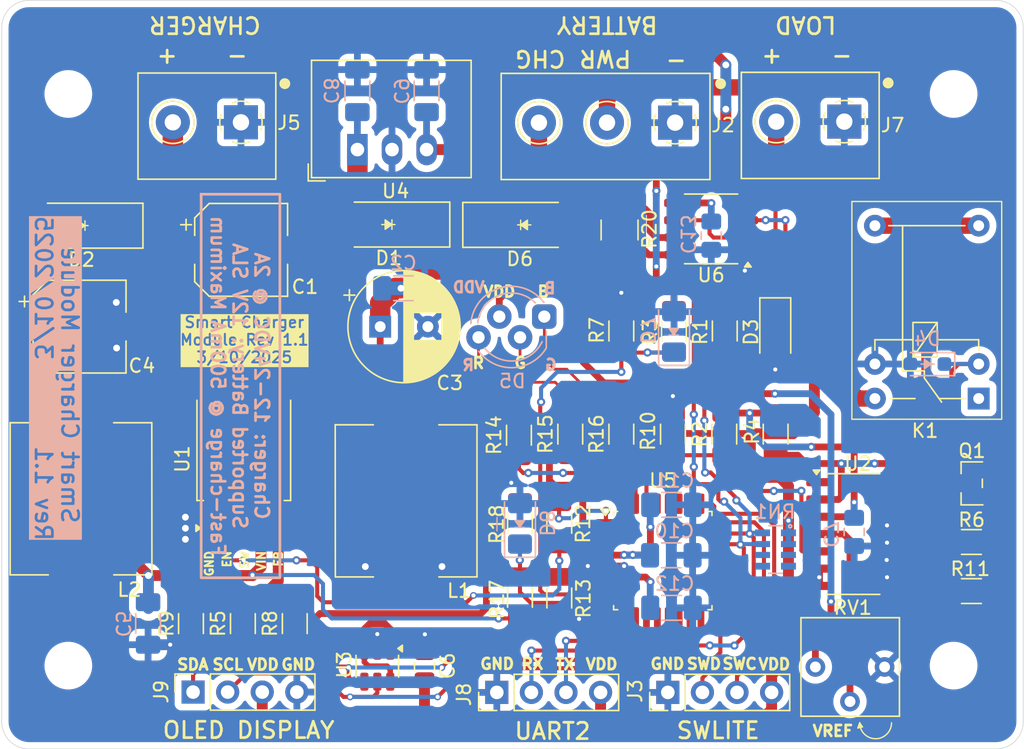
<source format=kicad_pcb>
(kicad_pcb (version 20241229) (generator "pcbnew") (generator_version "9.0")
  (layers (0 "F.Cu" signal) (2 "B.Cu" signal) (13 "F.Paste" user) (15 "B.Paste" user) (5 "F.SilkS" user "F.Silkscreen") (7 "B.SilkS" user "B.Silkscreen") (1 "F.Mask" user) (3 "B.Mask" user) (25 "Edge.Cuts" user))
  (net 0 "")
  (net 1 "Net-(D1-A)")
  (net 2 "Net-(U1-SW)")
  (net 3 "GND")
  (net 4 "Net-(D1-K)")
  (net 5 "/VIN")
  (net 6 "VDD")
  (net 7 "BATT_PWR")
  (net 8 "/~{RESET}")
  (net 9 "CHARGER_PWR")
  (net 10 "Net-(D3-K)")
  (net 11 "Net-(D4-K)")
  (net 12 "Net-(D5-BK)")
  (net 13 "Net-(D5-RK)")
  (net 14 "Net-(D5-GK)")
  (net 15 "/PB9")
  (net 16 "/PB6")
  (net 18 "/PB7")
  (net 21 "/AN1")
  (net 22 "/PB8")
  (net 23 "BATT_CHARGE")
  (net 24 "/AN0")
  (net 27 "/UART2_TX")
  (net 32 "/BOOT0{slash}SWCLK")
  (net 33 "/I2C_SDA")
  (net 34 "/SWDIO")
  (net 36 "/I2C_SCL")
  (net 37 "/UART2_RX")
  (net 45 "LOAD_PWR")
  (net 46 "Net-(Q1-B)")
  (net 47 "/Vin*")
  (net 48 "Net-(R11-Pad1)")
  (net 49 "Net-(U1-FB)")
  (net 50 "Net-(U3-VOUT)")
  (net 51 "/Vref")
  (net 52 "Net-(U1-EN)")
  (net 61 "Net-(D6-A)")
  (footprint "Library:R_1206_3216Metric_Pad1.30x1.75mm_HandSolder" (layer "F.Cu") (at 91.0082 68.172999 -90)
    (property "Reference" "R4")
    (property "Value" "4.7K")
  )
  (footprint "Library:MountingHole_#4-40_Screw" (layer "F.Cu") (at 104.0764 85.18)
    (property "Reference" "H4" (hide yes))
    (property "Value" "MountingHole" (hide yes))
  )
  (footprint "Library:R_1206_3216Metric_Pad1.30x1.75mm_HandSolder" (layer "F.Cu") (at 51.8922 82.093401 90)
    (property "Reference" "R5")
    (property "Value" "10K" (hide yes))
  )
  (footprint "Library:R_1210_3225Metric_Pad1.30x2.65mm_HandSolder" (layer "F.Cu") (at 79.55 53.175 -90)
    (property "Reference" "R20")
    (property "Value" "0.1 Ohm")
  )
  (footprint "Library:R_1206_3216Metric_Pad1.30x1.75mm_HandSolder" (layer "F.Cu") (at 72.1614 68.250401 90)
    (property "Reference" "R14")
    (property "Value" "TBD" (hide yes))
  )
  (footprint "Library:CP_Elec_6.3x7.7" (layer "F.Cu") (at 51.7652 54.6354)
    (property "Reference" "C1")
    (property "Value" "22uF/63V" (hide yes))
  )
  (footprint "Library:PinHeader_1x04_P2.54mm_Vertical" (layer "F.Cu") (at 70.5358 87.1474 90)
    (property "Reference" "J8")
    (property "Value" "UART PORT" (hide yes))
  )
  (footprint "Library:D_1206_3216Metric_Pad1.42x1.75mm_HandSolder" (layer "F.Cu") (at 90.9828 60.6187 -90)
    (property "Reference" "D3")
    (property "Value" "3.3V" (hide yes))
  )
  (footprint "Library:LQFP-32_7x7mm_P0.8mm" (layer "F.Cu") (at 82.7246 77.4636)
    (property "Reference" "U5")
    (property "Value" "STM32G030K8T6" (hide yes))
  )
  (footprint "Library:R_1206_3216Metric_Pad1.30x1.75mm_HandSolder" (layer "F.Cu") (at 87.23884 68.172999 -90)
    (property "Reference" "R2")
    (property "Value" "39K" (hide yes))
  )
  (footprint "Library:CP_Elec_6.3x7.7" (layer "F.Cu") (at 39.9034 60.2742)
    (property "Reference" "C4")
    (property "Value" "47uF/50V" (hide yes))
  )
  (footprint "Library:SOIC-14_3.9x8.7mm_P1.27mm" (layer "F.Cu") (at 96.709 75.5142)
    (property "Reference" "U2")
    (property "Value" "LM339" (hide yes))
  )
  (footprint "Library:Potentiometer_Bourns_3362P_Vertical" (layer "F.Cu") (at 98.298 88.2904 180)
    (property "Reference" "RV1")
    (property "Value" "20K" (hide yes))
  )
  (footprint "Library:L_SMD_Sunlord_MWSA1004S_10.0x11.5mm" (layer "F.Cu") (at 40.005 72.9234 90)
    (property "Reference" "L2")
    (property "Value" "47uH" (hide yes))
  )
  (footprint "Library:R_1206_3216Metric_Pad1.30x1.75mm_HandSolder" (layer "F.Cu") (at 72.2376 74.712501 90)
    (property "Reference" "R18")
    (property "Value" "3.3K" (hide yes))
  )
  (footprint "Library:SOT-23-6" (layer "F.Cu") (at 61.762601 85.2225 -90)
    (property "Reference" "U3")
    (property "Value" "MCP4726A0" (hide yes))
  )
  (footprint "Library:Converter_DCDC_RECOM_R-78E-0.5_THT" (layer "F.Cu") (at 60.3022 47.2671)
    (property "Reference" "U4")
    (property "Value" "R-78E3.3-0.5" (hide yes))
  )
  (footprint "Library:R_1206_3216Metric_Pad1.30x1.75mm_HandSolder" (layer "F.Cu") (at 72.2376 80.162501 90)
    (property "Reference" "R17")
    (property "Value" "24K" (hide yes))
  )
  (footprint "Library:R_1206_3216Metric_Pad1.30x1.75mm_HandSolder" (layer "F.Cu") (at 75.93076 68.172999 90)
    (property "Reference" "R15")
    (property "Value" "TBD" (hide yes))
  )
  (footprint "Library:R_1206_3216Metric_Pad1.30x1.75mm_HandSolder" (layer "F.Cu") (at 83.46948 68.172999 90)
    (property "Reference" "R10")
    (property "Value" "10K" (hide yes))
  )
  (footprint "Library:SOT-23_Handsolder_Large_Pads" (layer "F.Cu") (at 105.3846 71.7904 180)
    (property "Reference" "Q1")
    (property "Value" "MMBT3906" (hide yes))
  )
  (footprint "Library:MountingHole_#4-40_Screw" (layer "F.Cu") (at 39.0764 43.18)
    (property "Reference" "H1" (hide yes))
    (property "Value" "MountingHole" (hide yes))
  )
  (footprint "Library:R_1206_3216Metric_Pad1.30x1.75mm_HandSolder" (layer "F.Cu") (at 75.125 80.211401 -90)
    (property "Reference" "R13")
    (property "Value" "10K" (hide yes))
  )
  (footprint "Library:R_1206_3216Metric_Pad1.30x1.75mm_HandSolder" (layer "F.Cu") (at 75.125 74.725001 90)
    (property "Reference" "R12")
    (property "Value" "1K" (hide yes))
  )
  (footprint "Library:D_SMA_Handsoldering" (layer "F.Cu") (at 40.045 52.8574 180)
    (property "Reference" "D2")
    (property "Value" "B360AE" (hide yes))
  )
  (footprint "Library:MountingHole_#4-40_Screw" (layer "F.Cu") (at 104.0764 43.18)
    (property "Reference" "H3" (hide yes))
    (property "Value" "MountingHole" (hide yes))
  )
  (footprint "Library:R_1206_3216Metric_Pad1.30x1.75mm_HandSolder" (layer "F.Cu") (at 55.7022 82.093401 90)
    (property "Reference" "R8")
    (property "Value" "2.9K" (hide yes))
  )
  (footprint "Library:SOIC-8_3.9x4.9mm_P1.27mm" (layer "F.Cu") (at 86.2726 53.0938 180)
    (property "Reference" "U6")
    (property "Value" "INA219AIDR" (hide yes))
  )
  (footprint "Library:R_1206_3216Metric_Pad1.30x1.75mm_HandSolder" (layer "F.Cu") (at 79.6798 60.5962 90)
    (property "Reference" "R7")
    (property "Value" "10K" (hide yes))
  )
  (footprint "Library:TerminalBlock_Tnisesm_Screw_1x03_P5.00mm" (layer "F.Cu") (at 83.628 45.2882 180)
    (property "Reference" "J2")
    (property "Value" "Tnisesm 01x03" (hide yes))
  )
  (footprint "Library:D_SMA_Handsoldering" (layer "F.Cu") (at 62.575 52.775 180)
    (property "Reference" "D1")
    (property "Value" "B360AE" (hide yes))
  )
  (footprint "Library:PinSocket_1x04_P2.54mm_Vertical" (layer "F.Cu") (at 48.2346 87.1224 90)
    (property "Reference" "J9")
    (property "Value" "OLED DISPLAY" (hide yes))
  )
  (footprint "Library:TO-252-5L_TabPin3_Hand_Solder" (layer "F.Cu") (at 51.95 70.003 90)
    (property "Reference" "U1")
    (property "Value" "XL6008")
  )
  (footprint "Library:Relay_SPDT_Songle_Miniature_SRS" (layer "F.Cu") (at 105.918 65.5574 180)
    (property "Reference" "K1")
    (property "Value" "NS_SRS_SPDT" (hide yes))
  )
  (footprint "Library:D_SMA_Handsoldering" (layer "F.Cu") (at 72.55 52.8)
    (property "Reference" "D6")
    (property "Value" "B360AE")
  )
  (footprint "Library:C_0805_2012Metric_Pad1.18x1.45mm_HandSolder" (layer "F.Cu") (at 65.2272 85.2209 90)
    (property "Reference" "C6")
    (property "Value" "0.1uF/50V" (hide yes))
  )
  (footprint "Library:TerminalBlock_Tnisesm_Screw_1x02_P5.00mm" (layer "F.Cu") (at 96.0502 45.212 180)
    (property "Reference" "J7")
    (property "Value" "Tnisesm 01x02" (hide yes))
  )
  (footprint "Library:R_1206_3216Metric_Pad1.30x1.75mm_HandSolder" (layer "F.Cu") (at 48.0822 82.093401 -90)
    (property "Reference" "R9")
    (property "Value" "1.2K" (hide yes))
  )
  (footprint "Library:MountingHole_#4-40_Screw" (layer "F.Cu") (at 39.0764 85.18)
    (property "Reference" "H2" (hide yes))
    (property "Value" "MountingHole" (hide yes))
  )
  (footprint "Library:R_1206_3216Metric_Pad1.30x1.75mm_HandSolder" (layer "F.Cu") (at 83.5406 60.5962 -90)
    (property "Reference" "R3")
    (property "Value" "39K" (hide yes))
  )
  (footprint "Library:L_SMD_Sunlord_MWSA1004S_10.0x11.5mm" (layer "F.Cu") (at 63.881 73.0758 -90)
    (property "Reference" "L1")
    (property "Value" "47uH" (hide yes))
  )
  (footprint "Library:R_1206_3216Metric_Pad1.30x1.75mm_HandSolder" (layer "F.Cu") (at 105.384 79.7052 180)
    (property "Reference" "R11")
    (property "Value" "1M" (hide yes))
  )
  (footprint "Library:R_1206_3216Metric_Pad1.30x1.75mm_HandSolder" (layer "F.Cu") (at 87.2744 60.5962 90)
    (property "Reference" "R1")
    (property "Value" "4.7K" (hide yes))
  )
  (footprint "Library:TerminalBlock_Tnisesm_Screw_1x02_P5.00mm" (layer "F.Cu") (at 51.751 45.2628 180)
    (property "Reference" "J5")
    (property "Value" "Tnisesm 01x02" (hide yes))
  )
  (footprint "Library:R_1206_3216Metric_Pad1.30x1.75mm_HandSolder" (layer "F.Cu") (at 105.383999 76.0984 180)
    (property "Reference" "R6")
    (property "Value" "470" (hide yes))
  )
  (footprint "Library:CP_Radial_D8.0mm_P3.50mm" (layer "F.Cu") (at 61.974349 60.2742)
    (property "Reference" "C3")
    (property "Value" "220uF/25V" (hide yes))
  )
  (footprint "Library:PinHeader_1x04_P2.54mm_Vertical" (layer "F.Cu") (at 83.0934 87.1474 90)
    (property "Reference" "J3")
    (property "Value" "SWD_Lite_1x4_Header_THT" (hide yes))
  )
  (footprint "Library:R_1206_3216Metric_Pad1.30x1.75mm_HandSolder" (layer "F.Cu") (at 79.6798 68.172999 90)
    (property "Reference" "R16")
    (property "Value" "TBD")
  )
  (footprint "Library:D_SOD-323_HandSoldering" (layer "B.Cu") (at 102.15 63.025 180)
    (property "Reference" "D4")
    (property "Value" "1N4148WS")
  )
  (footprint "Library:D_1206_3216Metric_Pad1.42x1.75mm_HandSolder" (layer "B.Cu") (at 83.55 60.6625 90)
    (property "Reference" "D7")
    (property "Value" "3.3V" (hide yes))
  )
  (footprint "Library:D_1206_3216Metric_Pad1.42x1.75mm_HandSolder" (layer "B.Cu") (at 72.2376 74.7625 90)
    (property "Reference" "D8")
    (property "Value" "3.3V")
  )
  (footprint "Library:RN_Array_4x0603" (layer "B.Cu") (at 91.01 76.64 180)
    (property "Reference" "RN1")
    (property "Value" "4x10K" (hide yes))
  )
  (footprint "Library:C_1206_3216Metric_Pad1.33x1.80mm_HandSolder" (layer "B.Cu") (at 44.9326 82.081702 90)
    (property "Reference" "C5")
    (property "Value" "1uF/50V" (hide yes))
  )
  (footprint "Library:C_1206_3216Metric_Pad1.33x1.80mm_HandSolder" (layer "B.Cu") (at 63.676149 57.4548 180)
    (property "Reference" "C2")
    (property "Value" "1uF/50V")
  )
  (footprint "Library:C_1206_3216Metric_Pad1.33x1.80mm_HandSolder" (layer "B.Cu") (at 83.35 77.075)
    (property "Reference" "C10")
    (property "Value" "0.1uF/25V" (hide yes))
  )
  (footprint "Library:C_1206_3216Metric_Pad1.33x1.80mm_HandSolder" (layer "B.Cu") (at 83.3631 80.9358)
    (property "Reference" "C12")
    (property "Value" "0.1uF/25V" (hide yes))
  )
  (footprint "Library:C_0805_2012Metric_Pad1.18x1.45mm_HandSolder" (layer "B.Cu") (at 96.774 75.3579 -90)
    (property "Reference" "C7")
    (property "Value" "0.1uF/50V" (hide yes))
  )
  (footprint "Library:C_0805_2012Metric_Pad1.18x1.45mm_HandSolder" (layer "B.Cu") (at 86.2838 53.5901 -90)
    (property "Reference" "C13")
    (property "Value" "0.1uF/50V" (hide yes))
  )
  (footprint "Library:C_1206_3216Metric_Pad1.33x1.80mm_HandSolder" (layer "B.Cu") (at 65.3796 42.9514 90)
    (property "Reference" "C9")
    (property "Value" "10uF/50V" (hide yes))
  )
  (footprint "Library:C_1206_3216Metric_Pad1.33x1.80mm_HandSolder" (layer "B.Cu") (at 60.2996 42.9514 90)
    (property "Reference" "C8")
    (property "Value" "10uF/50V" (hide yes))
  )
  (footprint "Library:C_1206_3216Metric_Pad1.33x1.80mm_HandSolder" (layer "B.Cu") (at 83.3631 73.3666)
    (property "Reference" "C11")
    (property "Value" "4.7uF/50V" (hide yes))
  )
  (footprint "Library:LED_D5.0mm-4_RGB_Staggered_Pins" (layer "B.Cu") (at 74.022 59.5376 180)
    (property "Reference" "D5")
    (property "Value" "LED_BGAR" (hide yes))
  )
  (gr_poly (pts (xy 39.8 53.2) (xy 40.3 52.85) (xy 39.8 52.5)) (stroke (width 0.1)) (fill yes) (layer "F.SilkS"))
  (gr_line (start 97.3836 89.6874) (end 97.0534 89.7636) (stroke (width 0.1)) (layer "F.SilkS"))
  (gr_line (start 62.8375 52.425) (end 62.8375 53.125) (stroke (width 0.1)) (layer "F.SilkS"))
  (gr_poly (pts (xy 72.787499 52.45) (xy 72.287499 52.8) (xy 72.787499 53.15)) (stroke (width 0.1)) (fill yes) (layer "F.SilkS"))
  (gr_line (start 97.1804 89.3826) (end 97.0534 89.7636) (stroke (width 0.1)) (layer "F.SilkS"))
  (gr_arc (start 99.5172 89.3826) (mid 98.3488 90.551) (end 97.1804 89.3826) (stroke (width 0.1)) (layer "F.SilkS"))
  (gr_poly (pts (xy 62.337501 53.125) (xy 62.837501 52.775) (xy 62.337501 52.425)) (stroke (width 0.1)) (fill yes) (layer "F.SilkS"))
  (gr_line (start 72.2875 53.15) (end 72.2875 52.45) (stroke (width 0.1)) (layer "F.SilkS"))
  (gr_line (start 72.062499 52.8) (end 73.037501 52.8) (stroke (width 0.1)) (layer "F.SilkS"))
  (gr_line (start 63.062501 52.775) (end 62.087499 52.775) (stroke (width 0.1)) (layer "F.SilkS"))
  (gr_line (start 97.282 89.6366) (end 97.2566 89.5858) (stroke (width 0.1)) (layer "F.SilkS"))
  (gr_line (start 40.299999 52.5) (end 40.299999 53.2) (stroke (width 0.1)) (layer "F.SilkS"))
  (gr_line (start 97.0534 89.7636) (end 97.1804 89.3826) (stroke (width 0.1)) (layer "F.SilkS"))
  (gr_line (start 97.155 89.662) (end 97.282 89.6366) (stroke (width 0.1)) (layer "F.SilkS"))
  (gr_line (start 40.525 52.85) (end 39.549998 52.85) (stroke (width 0.1)) (layer "F.SilkS"))
  (gr_line (start 97.1804 89.3826) (end 97.3836 89.6874) (stroke (width 0.1)) (layer "F.SilkS"))
  (gr_line (start 70.55 74.3) (end 70.55 75.275003) (stroke (width 0.1)) (layer "B.SilkS"))
  (gr_line (start 101.675 63.025) (end 102.65 63.025) (stroke (width 0.1)) (layer "B.SilkS"))
  (gr_line (start 102.425 62.675) (end 102.425 63.375) (stroke (width 0.1)) (layer "B.SilkS"))
  (gr_line (start 83.875001 60.899999) (end 83.175001 60.899999) (stroke (width 0.1)) (layer "B.SilkS"))
  (gr_line (start 72.574999 75.024999) (end 71.874999 75.024999) (stroke (width 0.1)) (layer "B.SilkS"))
  (gr_poly (pts (xy 83.875 60.4) (xy 83.525001 60.900001) (xy 83.175002 60.4)) (stroke (width 0.1)) (fill yes) (layer "B.SilkS"))
  (gr_poly (pts (xy 72.574998 74.525) (xy 72.224999 75.025001) (xy 71.875 74.525)) (stroke (width 0.1)) (fill yes) (layer "B.SilkS"))
  (gr_poly (pts (xy 101.925 62.675) (xy 102.425 63.025) (xy 101.925 63.375)) (stroke (width 0.1)) (fill yes) (layer "B.SilkS"))
  (gr_arc (start 34.187 38.3016) (mid 34.772786 36.887386) (end 36.187 36.3016) (stroke (width 0.05)) (layer "Edge.Cuts"))
  (gr_arc (start 109.187 89.3016) (mid 108.601214 90.715814) (end 107.187 91.3016) (stroke (width 0.05)) (layer "Edge.Cuts"))
  (gr_line (start 107.187 91.3016) (end 36.187 91.3016) (stroke (width 0.05)) (layer "Edge.Cuts"))
  (gr_line (start 34.187 89.3016) (end 34.187 38.3016) (stroke (width 0.05)) (layer "Edge.Cuts"))
  (gr_arc (start 36.187 91.3016) (mid 34.772786 90.715814) (end 34.187 89.3016) (stroke (width 0.05)) (layer "Edge.Cuts"))
  (gr_line (start 109.187 38.3016) (end 109.187 89.3016) (stroke (width 0.05)) (layer "Edge.Cuts"))
  (gr_arc (start 107.187 36.3016) (mid 108.601214 36.887386) (end 109.187 38.3016) (stroke (width 0.05)) (layer "Edge.Cuts"))
  (gr_line (start 36.187 36.3016) (end 107.187 36.3016) (stroke (width 0.05)) (layer "Edge.Cuts"))
  (gr_text "CHARGER" (at 53.325 37.4 180) (layer "F.SilkS") (effects (font (size 1.2 1.2) (thickness 0.2) (bold yes)) (justify left bottom)))
  (gr_text "GND" (at 69.215 85.5218 0) (layer "F.SilkS") (effects (font (size 0.8 0.8) (thickness 0.2) (bold yes)) (justify left bottom)))
  (gr_text "GND" (at 81.7118 85.5218 0) (layer "F.SilkS") (effects (font (size 0.8 0.8) (thickness 0.2) (bold yes)) (justify left bottom)))
  (gr_text "SW" (at 52.35 76.675 90) (layer "F.SilkS") (effects (font (size 0.6 0.6) (thickness 0.15) (bold yes)) (justify right bottom)))
  (gr_text "-    +" (at 96.7486 39.8018 180) (layer "F.SilkS") (effects (font (size 1.2 1.2) (thickness 0.2) (bold yes)) (justify left bottom)))
  (gr_text "SWD" (at 84.3788 85.5218 0) (layer "F.SilkS") (effects (font (size 0.8 0.8) (thickness 0.2) (bold yes)) (justify left bottom)))
  (gr_text "TX" (at 74.7268 85.5472 0) (layer "F.SilkS") (effects (font (size 0.8 0.8) (thickness 0.2) (bold yes)) (justify left bottom)))
  (gr_text "-    +" (at 52.3494 39.8018 180) (layer "F.SilkS") (effects (font (size 1.2 1.2) (thickness 0.2) (bold yes)) (justify left bottom)))
  (gr_text "GND" (at 54.61 85.5726 0) (layer "F.SilkS") (effects (font (size 0.8 0.8) (thickness 0.2) (bold yes)) (justify left bottom)))
  (gr_text "VDD" (at 89.6366 85.5472 0) (layer "F.SilkS") (effects (font (size 0.8 0.8) (thickness 0.2) (bold yes)) (justify left bottom)))
  (gr_text "VDD" (at 69.45 58.175 0) (layer "F.SilkS") (effects (font (size 0.8 0.8) (thickness 0.2) (bold yes)) (justify left bottom)))
  (gr_text "VDD" (at 76.962 85.5472 0) (layer "F.SilkS") (effects (font (size 0.8 0.8) (thickness 0.2) (bold yes)) (justify left bottom)))
  (gr_text "R" (at 68.65 63.425 0) (layer "F.SilkS") (effects (font (size 0.8 0.8) (thickness 0.2) (bold yes)) (justify left bottom)))
  (gr_text "SDA" (at 46.9646 85.5726 0) (layer "F.SilkS") (effects (font (size 0.8 0.8) (thickness 0.2) (bold yes)) (justify left bottom)))
  (gr_text "LOAD" (at 95.5652 37.4 180) (layer "F.SilkS") (effects (font (size 1.2 1.2) (thickness 0.2) (bold yes)) (justify left bottom)))
  (gr_text "VREF" (at 93.6244 90.4494 0) (layer "F.SilkS") (effects (font (size 0.8 0.8) (thickness 0.2) (bold yes)) (justify left bottom)))
  (gr_text "RX" (at 72.2376 85.5218 0) (layer "F.SilkS") (effects (font (size 0.8 0.8) (thickness 0.2) (bold yes)) (justify left bottom)))
  (gr_text "VDD" (at 52.0954 85.5726 0) (layer "F.SilkS") (effects (font (size 0.8 0.8) (thickness 0.2) (bold yes)) (justify left bottom)))
  (gr_text "SCL" (at 49.5554 85.5726 0) (layer "F.SilkS") (effects (font (size 0.8 0.8) (thickness 0.2) (bold yes)) (justify left bottom)))
  (gr_text "Smart Charger\nModule Rev 1.1\n3/10/2025" (at 52 63 0) (layer "F.SilkS" knockout) (effects (font (size 0.8 0.8) (thickness 0.15) (bold yes)) (justify bottom)))
  (gr_text "FB" (at 54.85 76.675 90) (layer "F.SilkS") (effects (font (size 0.6 0.6) (thickness 0.15) (bold yes)) (justify right bottom)))
  (gr_text "-" (at 84.582 40.132 180) (layer "F.SilkS") (effects (font (size 1.2 1.2) (thickness 0.2) (bold yes)) (justify left bottom)))
  (gr_text "GND" (at 49.775 76.675 90) (layer "F.SilkS") (effects (font (size 0.6 0.6) (thickness 0.15) (bold yes)) (justify right bottom)))
  (gr_text "SWC" (at 86.995 85.5218 0) (layer "F.SilkS") (effects (font (size 0.8 0.8) (thickness 0.2) (bold yes)) (justify left bottom)))
  (gr_text "EN" (at 51.075 76.675 90) (layer "F.SilkS") (effects (font (size 0.6 0.6) (thickness 0.15) (bold yes)) (justify right bottom)))
  (gr_text "BATTERY" (at 82.46 37.4 180) (layer "F.SilkS") (effects (font (size 1.2 1.2) (thickness 0.2) (bold yes)) (justify left bottom)))
  (gr_text "VIN" (at 53.6 76.675 90) (layer "F.SilkS") (effects (font (size 0.6 0.6) (thickness 0.15) (bold yes)) (justify right bottom)))
  (gr_text "UART2" (at 71.725 90.7 0) (layer "F.SilkS") (effects (font (size 1.2 1.2) (thickness 0.2) (bold yes)) (justify left bottom)))
  (gr_text "G" (at 71.725 63.4 0) (layer "F.SilkS") (effects (font (size 0.8 0.8) (thickness 0.2) (bold yes)) (justify left bottom)))
  (gr_text "B" (at 73.425 58.175 0) (layer "F.SilkS") (effects (font (size 0.8 0.8) (thickness 0.2) (bold yes)) (justify left bottom)))
  (gr_text "CHG" (at 75.692 39.878 180) (layer "F.SilkS") (effects (font (size 1.2 1.2) (thickness 0.2) (bold yes)) (justify left bottom)))
  (gr_text "SWLITE" (at 83.625 90.65 0) (layer "F.SilkS") (effects (font (size 1.2 1.2) (thickness 0.2) (bold yes)) (justify left bottom)))
  (gr_text "OLED DISPLAY" (at 45.8978 90.625 0) (layer "F.SilkS") (effects (font (size 1.2 1.2) (thickness 0.2) (bold yes)) (justify left bottom)))
  (gr_text "PWR" (at 80.518 39.878 180) (layer "F.SilkS") (effects (font (size 1.2 1.2) (thickness 0.2) (bold yes)) (justify left bottom)))
  (gr_text "R" (at 68.975 63.575 -0) (layer "B.SilkS") (effects (font (size 0.8 0.8) (thickness 0.2) (bold yes)) (justify left bottom mirror)))
  (gr_text "VDD" (at 69.75 57.85 -0) (layer "B.SilkS") (effects (font (size 0.8 0.8) (thickness 0.2) (bold yes)) (justify left bottom mirror)))
  (gr_text "Smart Charger Module \nRev 1.1       3/10/2025" (at 36.55 64.075 270) (layer "B.SilkS" knockout) (effects (font (size 1.2 1.2) (thickness 0.2) (bold yes)) (justify bottom mirror)))
  (gr_text "B" (at 74.95 57.925 -0) (layer "B.SilkS") (effects (font (size 0.8 0.8) (thickness 0.2) (bold yes)) (justify left bottom mirror)))
  (gr_text "G" (at 75.042 63.5476 -0) (layer "B.SilkS") (effects (font (size 0.8 0.8) (thickness 0.2) (bold yes)) (justify left bottom mirror)))
  (gr_text_box "Charger: 12-24VDC @ 2A\nSupported Battery: 12V SLA\nFast-charge @ 500mA Maximum" (start 48.8294 50.546) (end 54.61 78.725951) (margins 0.85 0.85 0.85 0.85) (angle -90) (layer "B.SilkS") (effects (font (size 1 1) (thickness 0.2) (bold yes)) (justify top mirror)) (border yes) (stroke (width 0.2)))
  (segment (start 59.1566 54.642) (end 59.1566 63.3222) (width 1.5) (layer "F.Cu") (net 1))
  (segment (start 54.4652 54.6354) (end 59.7146 54.6354) (width 1.5) (layer "F.Cu") (net 1))
  (segment (start 60.075 54.275) (end 60.075 52.775) (width 1.5) (layer "F.Cu") (net 1))
  (segment (start 59.1566 63.3222) (end 60.5094 64.675) (width 1.5) (layer "F.Cu") (net 1))
  (segment (start 60.5094 64.675) (end 62.9986 64.675) (width 1.5) (layer "F.Cu") (net 1))
  (segment (start 63.881 65.5574) (end 63.881 68.2498) (width 1.5) (layer "F.Cu") (net 1))
  (segment (start 62.9986 64.675) (end 63.881 65.5574) (width 1.5) (layer "F.Cu") (net 1))
  (segment (start 49.675 57.15) (end 49.0652 56.5402) (width 1.5) (layer "F.Cu") (net 2))
  (segment (start 40.005 68.0974) (end 51.822402 68.0974) (width 1.5) (layer "F.Cu") (net 2))
  (segment (start 51.225 57.15) (end 49.675 57.15) (width 1.5) (layer "F.Cu") (net 2))
  (segment (start 49.0652 56.5402) (end 49.0652 54.6354) (width 1.5) (layer "F.Cu") (net 2))
  (segment (start 51.9674 57.8924) (end 51.9674 69.343399) (width 1.5) (layer "F.Cu") (net 2))
  (segment (start 51.9674 75.6434) (end 51.9674 69.343399) (width 0.8) (layer "F.Cu") (net 2))
  (segment (start 51.225 57.15) (end 51.9674 57.8924) (width 1.5) (layer "F.Cu") (net 2))
  (segment (start 61.7728 82.804) (end 61.7728 82.8548) (width 0.2) (layer "F.Cu") (net 3))
  (segment (start 85.8344 52.4588) (end 86.1568 52.7812) (width 0.3) (layer "F.Cu") (net 3))
  (segment (start 61.762601 84.085) (end 61.762601 82.865011) (width 0.2) (layer "F.Cu") (net 3))
  (segment (start 99.184 77.3968) (end 99.1616 77.4192) (width 0.5) (layer "F.Cu") (net 3))
  (segment (start 86.1568 53.4416) (end 86.444 53.7288) (width 0.3) (layer "F.Cu") (net 3))
  (segment (start 42.5958 60.2666) (end 42.6034 60.2742) (width 0.2) (layer "F.Cu") (net 3))
  (segment (start 99.184 78.6922) (end 99.184 79.3242) (width 0.5) (layer "F.Cu") (net 3))
  (segment (start 79.6798 59.046199) (end 79.6798 57.784994) (width 0.3) (layer "F.Cu") (net 3))
  (segment (start 90.9828 62.1062) (end 90.9828 63.423798) (width 0.5) (layer "F.Cu") (net 3))
  (segment (start 99.187 78.6892) (end 99.184 78.6922) (width 0.5) (layer "F.Cu") (net 3))
  (segment (start 61.762601 82.864999) (end 61.762601 82.865011) (width 0.2) (layer "F.Cu") (net 3))
  (segment (start 65.2272 84.1834) (end 65.2526 82.8802) (width 0.3) (layer "F.Cu") (net 3))
  (segment (start 99.184 74.8762) (end 99.187 74.8792) (width 0.5) (layer "F.Cu") (net 3))
  (segment (start 63.881 77.9018) (end 66.5116 77.9018) (width 0.8) (layer "F.Cu") (net 3))
  (segment (start 47.6728 74.2744) (end 47.6728 75.9) (width 0.8) (layer "F.Cu") (net 3))
  (segment (start 63.881 77.9018) (end 60.883804 77.9018) (width 0.8) (layer "F.Cu") (net 3))
  (segment (start 83.7976 52.4588) (end 85.8344 52.4588) (width 0.3) (layer "F.Cu") (net 3))
  (segment (start 99.184 74.8822) (end 99.184 76.1462) (width 0.5) (layer "F.Cu") (net 3))
  (segment (start 83.46948 66.622998) (end 83.46948 65.38468) (width 0.3) (layer "F.Cu") (net 3))
  (segment (start 94.234 78.0542) (end 94.234 78.6638) (width 0.5) (layer "F.Cu") (net 3))
  (segment (start 83.46948 65.37452) (end 83.46948 65.32372) (width 0.3) (layer "F.Cu") (net 3))
  (segment (start 65.2526 82.8802) (end 65.2272 83.0326) (width 0.3) (layer "F.Cu") (net 3))
  (segment (start 99.1616 77.4192) (end 99.184 77.4416) (width 0.5) (layer "F.Cu") (net 3))
  (segment (start 86.1568 52.7812) (end 86.1568 53.4416) (width 0.3) (layer "F.Cu") (net 3))
  (segment (start 83.46948 65.38468) (end 83.4644 65.3796) (width 0.3) (layer "F.Cu") (net 3))
  (segment (start 48.0822 83.643402) (end 46.5582 83.643402) (width 0.8) (layer "F.Cu") (net 3))
  (segment (start 47.6728 75.0872) (end 47.6728 74.2744) (width 0.8) (layer "F.Cu") (net 3))
  (segment (start 72.2376 72.0376) (end 71.95 71.75) (width 0.3) (layer "F.Cu") (net 3))
  (segment (start 78.5496 77.8636) (end 79.907476 77.8636) (width 0.5) (layer "F.Cu") (net 3))
  (segment (start 99.187 76.1492) (end 99.184 76.1522) (width 0.5) (layer "F.Cu") (net 3))
  (segment (start 61.7728 82.8548) (end 61.762601 82.864999) (width 0.2) (layer "F.Cu") (net 3))
  (segment (start 78.5496 77.8636) (end 77.2175 77.8636) (width 0.5) (layer "F.Cu") (net 3))
  (segment (start 47.675 75.0894) (end 47.6728 75.0872) (width 0.8) (layer "F.Cu") (net 3))
  (segment (start 99.187 74.8792) (end 99.184 74.8822) (width 0.5) (layer "F.Cu") (net 3))
  (segment (start 42.6034 60.2742) (end 42.6212 61.849) (width 0.8) (layer "F.Cu") (net 3))
  (segment (start 99.184 76.1462) (end 99.187 76.1492) (width 0.5) (layer "F.Cu") (net 3))
  (segment (start 72.2376 73.1625) (end 72.2376 72.0376) (width 0.3) (layer "F.Cu") (net 3))
  (segment (start 47.677 75.083) (end 47.6728 75.0872) (width 0.3) (layer "F.Cu") (net 3))
  (segment (start 42.5958 58.4962) (end 42.5958 60.2666) (width 0.8) (layer "F.Cu") (net 3))
  (segment (start 88.7476 53.7288) (end 88.7476 56.159374) (width 0.3) (layer "F.Cu") (net 3))
  (segment (start 49.41 75.083) (end 47.677 75.083) (width 0.8) (layer "F.Cu") (net 3))
  (segment (start 94.234 78.7146) (end 94.234 79.3242) (width 0.5) (layer "F.Cu") (net 3))
  (segment (start 79.8845 77.8636) (end 79.8833 77.8624) (width 0.5) (layer "F.Cu") (net 3))
  (segment (start 86.444 53.7288) (end 88.7476 53.7288) (width 0.3) (layer "F.Cu") (net 3))
  (segment (start 71.95 71.75) (end 71.6 71.75) (width 0.3) (layer "F.Cu") (net 3))
  (segment (start 99.184 78.6862) (end 99.187 78.6892) (width 0.5) (layer "F.Cu") (net 3))
  (segment (start 99.184 76.1522) (end 99.184 77.3968) (width 0.5) (layer "F.Cu") (net 3))
  (segment (start 46.5582 83.643402) (end 46.609 83.643402) (width 0.3) (layer "F.Cu") (net 3))
  (segment (start 83.4644 65.3796) (end 83.46948 65.37452) (width 0.3) (layer "F.Cu") (net 3))
  (segment (start 99.184 74.2442) (end 99.184 74.8762) (width 0.5) (layer "F.Cu") (net 3))
  (segment (start 75.125 81.761402) (end 76.563598 81.761402) (width 0.3) (layer "F.Cu") (net 3))
  (segment (start 79.907476 77.8636) (end 79.8845 77.8636) (width 0.5) (layer "F.Cu") (net 3))
  (segment (start 94.2086 78.6892) (end 94.234 78.7146) (width 0.5) (layer "F.Cu") (net 3))
  (segment (start 94.234 78.6638) (end 94.2086 78.6892) (width 0.5) (layer "F.Cu") (net 3))
  (segment (start 99.184 77.4416) (end 99.184 78.6862) (width 0.5) (layer "F.Cu") (net 3))
  (via (at 79.8833 77.8624) (size 0.6) (drill 0.3) (layers "F.Cu" "B.Cu") (net 3))
  (via (at 79.6798 57.784994) (size 0.6) (drill 0.3) (layers "F.Cu" "B.Cu") (net 3))
  (via (at 94.2086 78.6892) (size 0.5) (drill 0.3) (layers "F.Cu" "B.Cu") (net 3))
  (via (at 61.762601 82.865011) (size 0.6) (drill 0.3) (layers "F.Cu" "B.Cu") (net 3))
  (via (at 47.6728 75.9) (size 0.8) (drill 0.5) (layers "F.Cu" "B.Cu") (net 3))
  (via (at 99.1616 77.4192) (size 0.5) (drill 0.3) (layers "F.Cu" "B.Cu") (net 3))
  (via (at 77.217498 77.8636) (size 0.6) (drill 0.3) (layers "F.Cu" "B.Cu") (net 3))
  (via (at 42.6212 61.849) (size 0.8) (drill 0.5) (layers "F.Cu" "B.Cu") (net 3))
  (via (at 71.6 71.75) (size 0.6) (drill 0.3) (layers "F.Cu" "B.Cu") (net 3))
  (via (at 47.6728 74.2744) (size 0.8) (drill 0.5) (layers "F.Cu" "B.Cu") (net 3))
  (via (at 65.2526 82.8802) (size 0.6) (drill 0.3) (layers "F.Cu" "B.Cu") (net 3))
  (via (at 66.5116 77.9018) (size 0.8) (drill 0.5) (layers "F.Cu" "B.Cu") (net 3))
  (via (at 47.6728 75.0872) (size 0.8) (drill 0.5) (layers "F.Cu" "B.Cu") (net 3))
  (via (at 83.4644 65.3796) (size 0.6) (drill 0.3) (layers "F.Cu" "B.Cu") (net 3))
  (via (at 42.5958 58.4962) (size 0.8) (drill 0.5) (layers "F.Cu" "B.Cu") (net 3))
  (via (at 90.9828 63.423798) (size 0.5) (drill 0.3) (layers "F.Cu" "B.Cu") (net 3))
  (via (at 99.187 76.1492) (size 0.5) (drill 0.3) (layers "F.Cu" "B.Cu") (net 3))
  (via (at 60.883804 77.9018) (size 0.8) (drill 0.5) (layers "F.Cu" "B.Cu") (net 3))
  (via (at 88.7476 56.159374) (size 0.6) (drill 0.3) (layers "F.Cu" "B.Cu") (net 3))
  (via (at 46.5582 83.643402) (size 0.6) (drill 0.3) (layers "F.Cu" "B.Cu") (net 3))
  (via (at 99.187 78.6892) (size 0.5) (drill 0.3) (layers "F.Cu" "B.Cu") (net 3))
  (via (at 76.575 81.75) (size 0.6) (drill 0.3) (layers "F.Cu" "B.Cu") (net 3))
  (via (at 99.187 74.8792) (size 0.5) (drill 0.3) (layers "F.Cu" "B.Cu") (net 3))
  (segment (start 101.0926 63.025) (end 98.3056 63.025) (width 0.3) (layer "B.Cu") (net 3))
  (segment (start 44.9326 83.644202) (end 46.5574 83.644202) (width 0.8) (layer "B.Cu") (net 3))
  (segment (start 98.3056 63.025) (end 98.298 63.0174) (width 0.3) (layer "B.Cu") (net 3))
  (segment (start 46.5574 83.644202) (end 46.5582 83.643402) (width 0.5) (layer "B.Cu") (net 3))
  (segment (start 65.075 57.3022) (end 65.075 52.775) (width 1.5) (layer "F.Cu") (net 4))
  (segment (start 65.1 56.225) (end 79.125 56.225) (width 1.2) (layer "F.Cu") (net 4))
  (segment (start 66.5226 64.643) (end 68.8594 64.643) (width 0.5) (layer "F.Cu") (net 4))
  (segment (start 64.262 62.3824) (end 66.5226 64.643) (width 0.5) (layer "F.Cu") (net 4))
  (segment (start 64.9478 57.4294) (end 65.075 57.3022) (width 1.5) (layer "F.Cu") (net 4))
  (segment (start 63.5 57.4548) (end 63.5254 57.4294) (width 1.5) (layer "F.Cu") (net 4))
  (segment (start 79.125 56.225) (end 79.55 55.8) (width 1.2) (layer "F.Cu") (net 4))
  (segment (start 53.8226 82.4738) (end 53.8226 83.312) (width 0.5) (layer "F.Cu") (net 4))
  (segment (start 53.491198 83.643402) (end 51.8922 83.643402) (width 0.5) (layer "F.Cu") (net 4))
  (segment (start 61.974349 60.2742) (end 61.974349 58.548651) (width 1.5) (layer "F.Cu") (net 4))
  (segment (start 79.55 54.725) (end 81.425 54.725) (width 0.5) (layer "F.Cu") (net 4))
  (segment (start 81.6988 54.9988) (end 83.7976 54.9988) (width 0.5) (layer "F.Cu") (net 4))
  (segment (start 69.3674 81.3562) (end 57.557602 81.3562) (width 0.5) (layer "F.Cu") (net 4))
  (segment (start 68.8594 64.643) (end 69.7738 65.5574) (width 0.5) (layer "F.Cu") (net 4))
  (segment (start 81.425 54.725) (end 81.6988 54.9988) (width 0.5) (layer "F.Cu") (net 4))
  (segment (start 61.974349 60.2742) (end 61.974349 61.821949) (width 0.5) (layer "F.Cu") (net 4))
  (segment (start 63.4746 57.4294) (end 63.5 57.4548) (width 1.5) (layer "F.Cu") (net 4))
  (segment (start 69.7738 80.9498) (end 69.3674 81.3562) (width 0.5) (layer "F.Cu") (net 4))
  (segment (start 63.0936 57.4294) (end 63.4746 57.4294) (width 1.5) (layer "F.Cu") (net 4))
  (segment (start 54.151598 82.144802) (end 53.8226 82.4738) (width 0.5) (layer "F.Cu") (net 4))
  (segment (start 57.557602 81.3562) (end 56.769 82.144802) (width 0.5) (layer "F.Cu") (net 4))
  (segment (start 62.5348 62.3824) (end 64.262 62.3824) (width 0.5) (layer "F.Cu") (net 4))
  (segment (start 53.8226 83.312) (end 53.491198 83.643402) (width 0.5) (layer "F.Cu") (net 4))
  (segment (start 79.55 55.8) (end 79.55 54.725) (width 1.2) (layer "F.Cu") (net 4))
  (segment (start 61.974349 61.821949) (end 62.5348 62.3824) (width 0.5) (layer "F.Cu") (net 4))
  (segment (start 56.769 82.144802) (end 54.151598 82.144802) (width 0.5) (layer "F.Cu") (net 4))
  (segment (start 63.5254 57.4294) (end 64.9478 57.4294) (width 1.5) (layer "F.Cu") (net 4))
  (segment (start 69.7738 65.5574) (end 69.7738 80.9498) (width 0.5) (layer "F.Cu") (net 4))
  (segment (start 61.974349 58.548651) (end 63.0936 57.4294) (width 1.5) (layer "F.Cu") (net 4))
  (via (at 63.5 57.4548) (size 0.8) (drill 0.5) (layers "F.Cu" "B.Cu") (net 4))
  (segment (start 63.5 57.4548) (end 62.189849 57.4548) (width 1) (layer "B.Cu") (net 4))
  (segment (start 62.189849 57.4548) (end 62.113649 57.531) (width 1.2) (layer "B.Cu") (net 4))
  (segment (start 37.2034 60.2742) (end 37.2034 63.0504) (width 1.5) (layer "F.Cu") (net 5))
  (segment (start 52.6406 78.525) (end 52.6 78.525) (width 0.8) (layer "F.Cu") (net 5))
  (segment (start 46.069 51.975) (end 48.25 51.975) (width 1.5) (layer "F.Cu") (net 5))
  (segment (start 37.2034 63.0504) (end 35.9664 64.2874) (width 1.5) (layer "F.Cu") (net 5))
  (segment (start 35.9664 64.2874) (end 35.9664 76.6572) (width 1.5) (layer "F.Cu") (net 5))
  (segment (start 41.3004 56.769) (end 42.545 55.5244) (width 1.5) (layer "F.Cu") (net 5))
  (segment (start 40.005 77.7494) (end 44.1452 77.7494) (width 0.8) (layer "F.Cu") (net 5))
  (segment (start 37.2034 60.2742) (end 37.2034 57.2338) (width 1.5) (layer "F.Cu") (net 5))
  (segment (start 72.2376 81.712502) (end 70.662532 81.712502) (width 0.3) (layer "F.Cu") (net 5))
  (segment (start 44.1452 77.7494) (end 44.958001 78.562201) (width 0.8) (layer "F.Cu") (net 5))
  (segment (start 42.545 55.5244) (end 42.545 52.8574) (width 1.5) (layer "F.Cu") (net 5))
  (segment (start 59.4002 50.15) (end 60.3022 49.248) (width 1.5) (layer "F.Cu") (net 5))
  (segment (start 50.075 50.15) (end 59.4002 50.15) (width 1.5) (layer "F.Cu") (net 5))
  (segment (start 53.22 77.9456) (end 52.6406 78.525) (width 0.8) (layer "F.Cu") (net 5))
  (segment (start 37.0586 77.7494) (end 40.005 77.7494) (width 1.5) (layer "F.Cu") (net 5))
  (segment (start 45.1866 52.8574) (end 46.069 51.975) (width 1.5) (layer "F.Cu") (net 5))
  (segment (start 53.22 75.083) (end 53.22 77.9456) (width 0.8) (layer "F.Cu") (net 5))
  (segment (start 42.545 52.8574) (end 45.1866 52.8574) (width 1.5) (layer "F.Cu") (net 5))
  (segment (start 52.603399 78.562201) (end 44.958001 78.562201) (width 0.8) (layer "F.Cu") (net 5))
  (segment (start 52.6 78.525) (end 52.6 78.5656) (width 0.8) (layer "F.Cu") (net 5))
  (segment (start 37.2034 57.2338) (end 37.6682 56.769) (width 1.5) (layer "F.Cu") (net 5))
  (segment (start 35.9664 76.6572) (end 37.0586 77.7494) (width 1.5) (layer "F.Cu") (net 5))
  (segment (start 48.25 51.975) (end 50.075 50.15) (width 1.5) (layer "F.Cu") (net 5))
  (segment (start 52.6 78.5656) (end 52.603399 78.562201) (width 0.8) (layer "F.Cu") (net 5))
  (segment (start 37.6682 56.769) (end 41.3004 56.769) (width 1.5) (layer "F.Cu") (net 5))
  (segment (start 60.3022 49.248) (end 60.3022 47.2671) (width 1.5) (layer "F.Cu") (net 5))
  (via (at 52.6 78.525) (size 0.6) (drill 0.3) (layers "F.Cu" "B.Cu") (net 5))
  (via (at 44.958001 78.562201) (size 0.8) (drill 0.5) (layers "F.Cu" "B.Cu") (net 5))
  (via (at 70.662518 81.712488) (size 0.6) (drill 0.3) (layers "F.Cu" "B.Cu") (net 5))
  (segment (start 44.958 78.562202) (end 44.958001 78.562201) (width 0.8) (layer "B.Cu") (net 5))
  (segment (start 60.2996 47.2645) (end 60.3022 47.2671) (width 0.3) (layer "B.Cu") (net 5))
  (segment (start 57.775 79.175) (end 57.775 81.075) (width 0.3) (layer "B.Cu") (net 5))
  (segment (start 60.2996 44.5139) (end 60.2996 47.2645) (width 0.5) (layer "B.Cu") (net 5))
  (segment (start 44.958 80.9875) (end 44.958 79.0194) (width 0.8) (layer "B.Cu") (net 5))
  (segment (start 57.775 81.075) (end 58.412488 81.712488) (width 0.3) (layer "B.Cu") (net 5))
  (segment (start 58.412488 81.712488) (end 70.662518 81.712488) (width 0.3) (layer "B.Cu") (net 5))
  (segment (start 52.6 78.525) (end 57.125 78.525) (width 0.3) (layer "B.Cu") (net 5))
  (segment (start 57.125 78.525) (end 57.775 79.175) (width 0.3) (layer "B.Cu") (net 5))
  (segment (start 44.958 79.0194) (end 44.958 78.562202) (width 0.8) (layer "B.Cu") (net 5))
  (segment (start 71.0946 40.4114) (end 69.9008 41.6052) (width 0.8) (layer "F.Cu") (net 6))
  (segment (start 65.2018 89.3826) (end 65.2272 89.3572) (width 0.5) (layer "F.Cu") (net 6))
  (segment (start 89.7382 89.3826) (end 90.7134 88.4074) (width 0.8) (layer "F.Cu") (net 6))
  (segment (start 74.4 71.575) (end 74.75 71.925) (width 0.5) (layer "F.Cu") (net 6))
  (segment (start 77.2136 77.0636) (end 78.5496 77.0636) (width 0.5) (layer "F.Cu") (net 6))
  (segment (start 74.7268 68.1482) (end 74.4 68.475) (width 0.5) (layer "F.Cu") (net 6))
  (segment (start 53.314599 88.823799) (end 53.8734 89.3826) (width 0.8) (layer "F.Cu") (net 6))
  (segment (start 60.812602 84.085) (end 60.812602 84.917202) (width 0.4) (layer "F.Cu") (net 6))
  (segment (start 89.5626 68.125) (end 81.6588 68.125) (width 0.5) (layer "F.Cu") (net 6))
  (segment (start 79.8833 77.0496) (end 80.5183 77.0496) (width 0.5) (layer "F.Cu") (net 6))
  (segment (start 80.5183 77.0496) (end 81.4581 77.0496) (width 0.5) (layer "F.Cu") (net 6))
  (segment (start 86.7156 40.4114) (end 71.0946 40.4114) (width 0.8) (layer "F.Cu") (net 6))
  (segment (start 78.5496 77.0636) (end 79.8693 77.0636) (width 0.5) (layer "F.Cu") (net 6))
  (segment (start 91.95 84.625) (end 91.95 76.675) (width 0.8) (layer "F.Cu") (net 6))
  (segment (start 84.3788 49.6824) (end 83.7976 50.2636) (width 0.5) (layer "F.Cu") (net 6))
  (segment (start 90.7134 88.4074) (end 90.7134 87.1474) (width 0.8) (layer "F.Cu") (net 6))
  (segment (start 88.011 49.6824) (end 84.3788 49.6824) (width 0.5) (layer "F.Cu") (net 6))
  (segment (start 87.3506 41.0464) (end 86.7156 40.4114) (width 0.8) (layer "F.Cu") (net 6))
  (segment (start 86.266206 51.1888) (end 86.283806 51.2064) (width 0.5) (layer "F.Cu") (net 6))
  (segment (start 79.8693 77.0636) (end 79.8833 77.0496) (width 0.5) (layer "F.Cu") (net 6))
  (segment (start 93.853 66.5734) (end 92.2782 68.1482) (width 0.8) (layer "F.Cu") (net 6))
  (segment (start 92.2782 68.1482) (end 89.5858 68.1482) (width 0.8) (layer "F.Cu") (net 6))
  (segment (start 63.5762 86.36) (end 63.6778 86.2584) (width 0.5) (layer "F.Cu") (net 6))
  (segment (start 76.073 57.7088) (end 76.8858 58.5216) (width 0.5) (layer "F.Cu") (net 6))
  (segment (start 80.8228 64.4144) (end 81.6356 65.2272) (width 0.5) (layer "F.Cu") (net 6))
  (segment (start 69.9008 41.6052) (end 69.9008 46.355) (width 0.8) (layer "F.Cu") (net 6))
  (segment (start 68.9887 47.2671) (end 65.3822 47.2671) (width 0.8) (layer "F.Cu") (net 6))
  (segment (start 88.011 49.6824) (end 91.3384 49.6824) (width 0.8) (layer "F.Cu") (net 6))
  (segment (start 91.3384 49.6824) (end 93.853 52.197) (width 0.8) (layer "F.Cu") (net 6))
  (segment (start 76.85 76.7) (end 77.2136 77.0636) (width 0.5) (layer "F.Cu") (net 6))
  (segment (start 91.95 71.981497) (end 91.318503 71.35) (width 0.8) (layer "F.Cu") (net 6))
  (segment (start 76.8858 58.5216) (end 76.8858 62.8904) (width 0.5) (layer "F.Cu") (net 6))
  (segment (start 81.4581 77.0496) (end 81.813696 76.694004) (width 0.5) (layer "F.Cu") (net 6))
  (segment (start 90.7134 87.1474) (end 90.7134 85.8616) (width 0.8) (layer "F.Cu") (net 6))
  (segment (start 83.7976 50.2636) (end 83.7976 51.1888) (width 0.5) (layer "F.Cu") (net 6))
  (segment (start 60.812602 84.917202) (end 61.1124 85.217) (width 0.4) (layer "F.Cu") (net 6))
  (segment (start 62.7126 85.4515) (end 62.7126 86.36) (width 0.4) (layer "F.Cu") (net 6))
  (segment (start 83.7976 51.1888) (end 86.266206 51.1888) (width 0.5) (layer "F.Cu") (net 6))
  (segment (start 81.788296 75.0176) (end 81.813696 74.9922) (width 0.5) (layer "F.Cu") (net 6))
  (segment (start 81.813696 76.694004) (end 81.813696 74.9922) (width 0.5) (layer "F.Cu") (net 6))
  (segment (start 87.3506 44.2976) (end 87.3506 49.6824) (width 0.8) (layer "F.Cu") (net 6))
  (segment (start 81.6588 68.125) (end 81.6356 68.1482) (width 0.5) (layer "F.Cu") (net 6))
  (segment (start 63.6778 86.2584) (end 65.2272 86.2584) (width 0.5) (layer "F.Cu") (net 6))
  (segment (start 91.318503 71.35) (end 89.625 71.35) (width 0.8) (layer "F.Cu") (net 6))
  (segment (start 89.625 71.35) (end 89.15 70.875) (width 0.8) (layer "F.Cu") (net 6))
  (segment (start 78.4098 64.4144) (end 80.8228 64.4144) (width 0.5) (layer "F.Cu") (net 6))
  (segment (start 74.75 71.925) (end 76.5 71.925) (width 0.5) (layer "F.Cu") (net 6))
  (segment (start 69.9008 46.355) (end 68.9887 47.2671) (width 0.8) (layer "F.Cu") (net 6))
  (segment (start 91.95 76.675) (end 91.95 74.525) (width 0.8) (layer "F.Cu") (net 6))
  (segment (start 87.3506 49.6824) (end 88.011 49.6824) (width 0.8) (layer "F.Cu") (net 6))
  (segment (start 91.95 74.525) (end 91.95 71.981497) (width 0.8) (layer "F.Cu") (net 6))
  (segment (start 89.5858 68.1482) (end 89.5626 68.125) (width 0.5) (layer "F.Cu") (net 6))
  (segment (start 53.314599 87.1474) (end 53.314599 88.823799) (width 0.8) (layer "F.Cu") (net 6))
  (segment (start 61.1124 85.217) (end 62.4781 85.217) (width 0.4) (layer "F.Cu") (net 6))
  (segment (start 65.2272 89.3572) (end 65.2272 86.2584) (width 0.8) (layer "F.Cu") (net 6))
  (segment (start 89.15 70.875) (end 89.15 68.584) (width 0.8) (layer "F.Cu") (net 6))
  (segment (start 89.15 68.584) (end 89.5858 68.1482) (width 0.8) (layer "F.Cu") (net 6))
  (segment (start 70.72 58.255) (end 71.2662 57.7088) (width 0.5) (layer "F.Cu") (net 6))
  (segment (start 71.2662 57.7088) (end 76.073 57.7088) (width 0.5) (layer "F.Cu") (net 6))
  (segment (start 65.3822 47.2671) (end 65.3822 46.835) (width 0.8) (layer "F.Cu") (net 6))
  (segment (start 76.85 72.275) (end 76.85 76.7) (width 0.5) (layer "F.Cu") (net 6))
  (segment (start 81.6356 68.1482) (end 74.7268 68.1482) (width 0.5) (layer "F.Cu") (net 6))
  (segment (start 81.6356 65.2272) (end 81.6356 68.1482) (width 0.5) (layer "F.Cu") (net 6))
  (segment (start 78.1558 89.3826) (end 78.1558 87.1982) (width 0.8) (layer "F.Cu") (net 6))
  (segment (start 90.7134 85.8616) (end 91.95 84.625) (width 0.8) (layer "F.Cu") (net 6))
  (segment (start 74.4 68.475) (end 74.4 71.575) (width 0.5) (layer "F.Cu") (net 6))
  (segment (start 76.8858 62.8904) (end 78.4098 64.4144) (width 0.5) (layer "F.Cu") (net 6))
  (segment (start 53.8734 89.3826) (end 89.7382 89.3826) (width 0.8) (layer "F.Cu") (net 6))
  (segment (start 70.72 59.5376) (end 70.72 58.255) (width 0.5) (layer "F.Cu") (net 6))
  (segment (start 62.4781 85.217) (end 62.7126 85.4515) (width 0.4) (layer "F.Cu") (net 6))
  (segment (start 62.7126 86.36) (end 63.5762 86.36) (width 0.5) (layer "F.Cu") (net 6))
  (segment (start 76.5 71.925) (end 76.85 72.275) (width 0.5) (layer "F.Cu") (net 6))
  (segment (start 93.853 52.197) (end 93.853 66.5734) (width 0.8) (layer "F.Cu") (net 6))
  (via (at 87.3506 41.0464) (size 0.8) (drill 0.5) (layers "F.Cu" "B.Cu") (net 6))
  (via (at 80.5183 77.0496) (size 0.6) (drill 0.3) (layers "F.Cu" "B.Cu") (net 6))
  (via (at 79.8833 77.0496) (size 0.6) (drill 0.3) (layers "F.Cu" "B.Cu") (net 6))
  (via (at 81.813696 74.9922) (size 0.6) (drill 0.3) (layers "F.Cu" "B.Cu") (net 6))
  (via (at 87.3506 44.2976) (size 0.8) (drill 0.5) (layers "F.Cu" "B.Cu") (net 6))
  (via (at 86.283806 51.2064) (size 0.6) (drill 0.3) (layers "F.Cu" "B.Cu") (net 6))
  (via (at 91.95 74.525) (size 0.6) (drill 0.3) (layers "F.Cu" "B.Cu") (net 6))
  (segment (start 91.95 76.25) (end 91.95 75.425) (width 0.4) (layer "B.Cu") (net 6))
  (segment (start 91.95 74.525) (end 91.95 75.425) (width 0.4) (layer "B.Cu") (net 6))
  (segment (start 65.3796 47.2645) (end 65.3822 47.2671) (width 0.5) (layer "B.Cu") (net 6))
  (segment (start 79.9087 77.075) (end 79.8833 77.0496) (width 0.5) (layer "B.Cu") (net 6))
  (segment (start 81.8006 74.979104) (end 81.813696 74.9922) (width 0.5) (layer "B.Cu") (net 6))
  (segment (start 81.8006 73.3666) (end 81.8006 74.979104) (width 0.5) (layer "B.Cu") (net 6))
  (segment (start 65.3796 44.5139) (end 65.3796 47.2645) (width 0.5) (layer "B.Cu") (net 6))
  (segment (start 81.7875 77.075) (end 79.9087 77.075) (width 0.5) (layer "B.Cu") (net 6))
  (segment (start 86.2838 51.231802) (end 86.2838 51.206406) (width 0.5) (layer "B.Cu") (net 6))
  (segment (start 87.3506 44.2976) (end 87.3506 41.0464) (width 0.8) (layer "B.Cu") (net 6))
  (segment (start 86.2838 51.206406) (end 86.283806 51.2064) (width 0.5) (layer "B.Cu") (net 6))
  (segment (start 86.2838 52.5526) (end 86.2838 51.231802) (width 0.5) (layer "B.Cu") (net 6))
  (segment (start 78.628 45.2882) (end 79.075 45.7352) (width 1.2) (layer "F.Cu") (net 7))
  (segment (start 101.9302 69.1134) (end 93.6244 69.1134) (width 0.5) (layer "F.Cu") (net 7))
  (segment (start 106.8346 70.8604) (end 105.6696 70.8604) (width 0.5) (layer "F.Cu") (net 7))
  (segment (start 101.9556 72.5932) (end 102.2604 72.898) (width 0.5) (layer "F.Cu") (net 7))
  (segment (start 105.3846 71.1454) (end 105.3846 72.6186) (width 0.5) (layer "F.Cu") (net 7))
  (segment (start 99.275 43.925) (end 99.275 47.8146) (width 1.2) (layer "F.Cu") (net 7))
  (segment (start 101.9556 53.0098) (end 101.9556 72.5932) (width 0.5) (layer "F.Cu") (net 7))
  (segment (start 102.108 52.8574) (end 101.9556 53.0098) (width 0.5) (layer "F.Cu") (net 7))
  (segment (start 98.0474 42.6974) (end 99.275 43.925) (width 1.2) (layer "F.Cu") (net 7))
  (segment (start 87.2744 66.587438) (end 87.23884 66.622998) (width 0.5) (layer "F.Cu") (net 7))
  (segment (start 89.101998 66.622998) (end 89.1032 66.6242) (width 0.5) (layer "F.Cu") (net 7))
  (segment (start 96.3422 74.2442) (end 96.774 73.8124) (width 0.5) (layer "F.Cu") (net 7))
  (segment (start 89.104402 66.622998) (end 91.0082 66.622998) (width 0.5) (layer "F.Cu") (net 7))
  (segment (start 98.298 52.8574) (end 105.918 52.8574) (width 1.2) (layer "F.Cu") (net 7))
  (segment (start 105.3846 72.6186) (end 105.1052 72.898) (width 0.5) (layer "F.Cu") (net 7))
  (segment (start 87.23884 66.622998) (end 89.101998 66.622998) (width 0.5) (layer "F.Cu") (net 7))
  (segment (start 87.2744 62.146201) (end 87.2744 66.587438) (width 0.5) (layer "F.Cu") (net 7))
  (segment (start 105.6696 70.8604) (end 105.3846 71.1454) (width 0.5) (layer "F.Cu") (net 7))
  (segment (start 89.1032 66.6242) (end 89.104402 66.622998) (width 0.5) (layer "F.Cu") (net 7))
  (segment (start 102.108 50.6476) (end 102.108 52.8574) (width 1.2) (layer "F.Cu") (net 7))
  (segment (start 96.774 73.8124) (end 96.774 73.177392) (width 0.5) (layer "F.Cu") (net 7))
  (segment (start 96.774 69.1134) (end 96.774 73.177392) (width 0.5) (layer "F.Cu") (net 7))
  (segment (start 78.628 43.497) (end 79.4276 42.6974) (width 1.2) (layer "F.Cu") (net 7))
  (segment (start 79.4276 42.6974) (end 98.0474 42.6974) (width 1.2) (layer "F.Cu") (net 7))
  (segment (start 99.275 47.8146) (end 102.108 50.6476) (width 1.2) (layer "F.Cu") (net 7))
  (segment (start 94.234 74.2442) (end 96.3422 74.2442) (width 0.5) (layer "F.Cu") (net 7))
  (segment (start 78.628 45.2882) (end 78.628 43.497) (width 1.2) (layer "F.Cu") (net 7))
  (segment (start 105.1052 72.898) (end 102.2604 72.898) (width 0.5) (layer "F.Cu") (net 7))
  (via (at 89.1032 66.6242) (size 0.6) (drill 0.3) (layers "F.Cu" "B.Cu") (net 7))
  (via (at 93.6244 69.1134) (size 0.6) (drill 0.3) (layers "F.Cu" "B.Cu") (net 7))
  (via (at 96.774 73.177392) (size 0.5) (drill 0.3) (layers "F.Cu" "B.Cu") (net 7))
  (segment (start 89.1032 67.945) (end 90.2716 69.1134) (width 0.5) (layer "B.Cu") (net 7))
  (segment (start 96.7486 74.3204) (end 96.774 74.295) (width 0.5) (layer "B.Cu") (net 7))
  (segment (start 90.2716 69.1134) (end 93.6244 69.1134) (width 0.5) (layer "B.Cu") (net 7))
  (segment (start 89.1032 66.6242) (end 89.1032 67.945) (width 0.5) (layer "B.Cu") (net 7))
  (segment (start 96.774 74.295) (end 96.774 73.177392) (width 0.5) (layer "B.Cu") (net 7))
  (segment (start 81.4581 78.6752) (end 81.8137 79.0308) (width 0.5) (layer "F.Cu") (net 8))
  (segment (start 78.5496 78.6636) (end 78.5612 78.6752) (width 0.5) (layer "F.Cu") (net 8))
  (segment (start 81.9661 79.0562) (end 81.8391 79.0562) (width 0.3) (layer "F.Cu") (net 8))
  (segment (start 78.5612 78.6752) (end 81.4581 78.6752) (width 0.5) (layer "F.Cu") (net 8))
  (segment (start 81.8391 79.0562) (end 81.8137 79.0308) (width 0.3) (layer "F.Cu") (net 8))
  (via (at 81.8137 79.0308) (size 0.6) (drill 0.3) (layers "F.Cu" "B.Cu") (net 8))
  (segment (start 81.8006 80.9358) (end 81.8006 79.0439) (width 0.5) (layer "B.Cu") (net 8))
  (segment (start 81.8006 79.0439) (end 81.8137 79.0308) (width 0.3) (layer "B.Cu") (net 8))
  (segment (start 38.4556 49.1236) (end 45.7962 49.1236) (width 1.5) (layer "F.Cu") (net 9))
  (segment (start 46.751 48.1688) (end 46.751 45.2628) (width 1.5) (layer "F.Cu") (net 9))
  (segment (start 37.545 52.8574) (end 37.545 50.0342) (width 1.5) (layer "F.Cu") (net 9))
  (segment (start 37.545 50.0342) (end 38.4556 49.1236) (width 1.5) (layer "F.Cu") (net 9))
  (segment (start 45.7962 49.1236) (end 46.751 48.1688) (width 1.5) (layer "F.Cu") (net 9))
  (segment (start 95.0722 82.3976) (end 95.0722 80.467204) (width 0.5) (layer "F.Cu") (net 10))
  (segment (start 93.928 85.2804) (end 93.928 83.5418) (width 0.5) (layer "F.Cu") (net 10))
  (segment (start 87.2744 59.046199) (end 89.068999 59.046199) (width 0.5) (layer "F.Cu") (net 10))
  (segment (start 89.8398 65.2018) (end 90.9574 65.2018) (width 0.5) (layer "F.Cu") (net 10))
  (segment (start 93.928 83.5418) (end 95.0722 82.3976) (width 0.5) (layer "F.Cu") (net 10))
  (segment (start 89.154 59.1312) (end 90.9828 59.1312) (width 0.5) (layer "F.Cu") (net 10))
  (segment (start 89.068999 59.046199) (end 89.154 59.1312) (width 0.5) (layer "F.Cu") (net 10))
  (segment (start 89.154 64.516) (end 89.8398 65.2018) (width 0.5) (layer "F.Cu") (net 10))
  (segment (start 89.154 59.1312) (end 89.154 64.516) (width 0.5) (layer "F.Cu") (net 10))
  (via (at 90.9574 65.2018) (size 0.6) (drill 0.3) (layers "F.Cu" "B.Cu") (net 10))
  (via (at 95.0722 80.467204) (size 0.6) (drill 0.3) (layers "F.Cu" "B.Cu") (net 10))
  (segment (start 95.072202 80.467202) (end 95.0722 80.467204) (width 0.5) (layer "B.Cu") (net 10))
  (segment (start 90.9574 65.2018) (end 93.5482 65.2018) (width 0.5) (layer "B.Cu") (net 10))
  (segment (start 95.072202 66.725802) (end 95.072202 80.467202) (width 0.5) (layer "B.Cu") (net 10))
  (segment (start 90.932 65.1764) (end 90.9574 65.2018) (width 0.3) (layer "B.Cu") (net 10))
  (segment (start 93.5482 65.2018) (end 95.072202 66.725802) (width 0.5) (layer "B.Cu") (net 10))
  (segment (start 103.9114 63.5508) (end 103.9114 71.7772) (width 0.3) (layer "F.Cu") (net 11))
  (segment (start 104.4448 63.0174) (end 103.9114 63.5508) (width 0.3) (layer "F.Cu") (net 11))
  (segment (start 103.9114 71.7772) (end 103.9146 71.7804) (width 0.3) (layer "F.Cu") (net 11))
  (segment (start 105.918 63.0174) (end 104.4448 63.0174) (width 0.3) (layer "F.Cu") (net 11))
  (segment (start 103.4076 63.0174) (end 105.918 63.0174) (width 0.3) (layer "B.Cu") (net 11))
  (segment (start 74.025 59.5406) (end 74.022 59.5376) (width 0.2) (layer "F.Cu") (net 12))
  (segment (start 75.6666 63.3984) (end 74.7522 63.3984) (width 0.2) (layer "F.Cu") (net 12))
  (segment (start 79.6798 66.622998) (end 79.6798 65.5066) (width 0.2) (layer "F.Cu") (net 12))
  (segment (start 74.7522 63.3984) (end 74.025 62.6712) (width 0.2) (layer "F.Cu") (net 12))
  (segment (start 77.5462 65.278) (end 75.6666 63.3984) (width 0.2) (layer "F.Cu") (net 12))
  (segment (start 79.4512 65.278) (end 77.5462 65.278) (width 0.2) (layer "F.Cu") (net 12))
  (segment (start 74.025 62.6712) (end 74.025 59.5406) (width 0.2) (layer "F.Cu") (net 12))
  (segment (start 79.6798 65.5066) (end 79.4512 65.278) (width 0.2) (layer "F.Cu") (net 12))
  (segment (start 70.8128 64.3128) (end 71.501 64.3128) (width 0.2) (layer "F.Cu") (net 13))
  (segment (start 69.196 62.696) (end 70.8128 64.3128) (width 0.2) (layer "F.Cu") (net 13))
  (segment (start 72.1614 64.9732) (end 72.1614 66.7004) (width 0.2) (layer "F.Cu") (net 13))
  (segment (start 71.501 64.3128) (end 72.1614 64.9732) (width 0.2) (layer "F.Cu") (net 13))
  (segment (start 69.196 61.0616) (end 69.196 62.696) (width 0.2) (layer "F.Cu") (net 13))
  (segment (start 73.0504 64.3636) (end 74.8284 64.3636) (width 0.2) (layer "F.Cu") (net 14))
  (segment (start 72.244 63.5572) (end 73.0504 64.3636) (width 0.2) (layer "F.Cu") (net 14))
  (segment (start 75.93076 65.46596) (end 75.93076 66.622998) (width 0.2) (layer "F.Cu") (net 14))
  (segment (start 72.244 61.0616) (end 72.244 63.5572) (width 0.2) (layer "F.Cu") (net 14))
  (segment (start 74.8284 64.3636) (end 75.93076 65.46596) (width 0.2) (layer "F.Cu") (net 14))
  (segment (start 78.5496 73.8109) (end 78.549597 73.810897) (width 0.3) (layer "F.Cu") (net 15))
  (segment (start 78.5496 74.6636) (end 78.5496 73.8109) (width 0.3) (layer "F.Cu") (net 15))
  (segment (start 75.1 74.375) (end 75.125 74.4) (width 0.3) (layer "F.Cu") (net 15))
  (segment (start 75.125 73.175) (end 75.1 74.375) (width 0.3) (layer "F.Cu") (net 15))
  (via (at 78.549597 73.810897) (size 0.6) (drill 0.3) (layers "F.Cu" "B.Cu") (net 15))
  (via (at 75.1 74.375) (size 0.6) (drill 0.3) (layers "F.Cu" "B.Cu") (net 15))
  (segment (start 76 74.35) (end 75.125 74.35) (width 0.3) (layer "B.Cu") (net 15))
  (segment (start 75.125 74.35) (end 75.1 74.375) (width 0.3) (layer "B.Cu") (net 15))
  (segment (start 76.539103 73.810897) (end 76 74.35) (width 0.3) (layer "B.Cu") (net 15))
  (segment (start 78.549597 73.810897) (end 76.539103 73.810897) (width 0.3) (layer "B.Cu") (net 15))
  (segment (start 81.5246 71.3496) (end 81.5246 73.2886) (width 0.3) (layer "F.Cu") (net 16))
  (segment (start 79.6798 70.6548) (end 79.9 70.875) (width 0.3) (layer "F.Cu") (net 16))
  (segment (start 81.05 70.875) (end 81.5246 71.3496) (width 0.3) (layer "F.Cu") (net 16))
  (segment (start 79.6798 69.723) (end 79.6798 70.6548) (width 0.3) (layer "F.Cu") (net 16))
  (segment (start 79.9 70.875) (end 81.05 70.875) (width 0.3) (layer "F.Cu") (net 16))
  (segment (start 77.8002 70.1548) (end 77.8002 70.8252) (width 0.3) (layer "F.Cu") (net 18))
  (segment (start 77.3684 69.723) (end 77.8002 70.1548) (width 0.3) (layer "F.Cu") (net 18))
  (segment (start 80.7246 72.0235) (end 80.7246 73.2886) (width 0.3) (layer "F.Cu") (net 18))
  (segment (start 75.93076 69.723) (end 77.3684 69.723) (width 0.3) (layer "F.Cu") (net 18))
  (segment (start 80.1011 71.4) (end 80.7246 72.0235) (width 0.3) (layer "F.Cu") (net 18))
  (segment (start 77.8002 70.8252) (end 78.375 71.4) (width 0.3) (layer "F.Cu") (net 18))
  (segment (start 78.375 71.4) (end 80.1011 71.4) (width 0.3) (layer "F.Cu") (net 18))
  (segment (start 72.2376 77.4124) (end 72.225 77.425) (width 0.3) (layer "F.Cu") (net 21))
  (segment (start 72.225 77.425) (end 72.2376 77.4376) (width 0.3) (layer "F.Cu") (net 21))
  (segment (start 73.025 80.575) (end 76.85 80.575) (width 0.3) (layer "F.Cu") (net 21))
  (segment (start 72.2376 78.6125) (end 72.2376 79.7876) (width 0.3) (layer "F.Cu") (net 21))
  (segment (start 72.2376 76.262502) (end 72.2376 77.4124) (width 0.3) (layer "F.Cu") (net 21))
  (segment (start 78.5474 80.2614) (end 78.5496 80.2636) (width 0.3) (layer "F.Cu") (net 21))
  (segment (start 72.2376 77.4376) (end 72.2376 78.6125) (width 0.3) (layer "F.Cu") (net 21))
  (segment (start 72.2376 79.7876) (end 73.025 80.575) (width 0.3) (layer "F.Cu") (net 21))
  (segment (start 77.1614 80.2636) (end 78.5496 80.2636) (width 0.3) (layer "F.Cu") (net 21))
  (segment (start 76.85 80.575) (end 77.1614 80.2636) (width 0.3) (layer "F.Cu") (net 21))
  (via (at 72.225 77.425) (size 0.6) (drill 0.3) (layers "F.Cu" "B.Cu") (net 21))
  (segment (start 72.2376 77.4626) (end 72.25 77.475) (width 0.3) (layer "B.Cu") (net 21))
  (segment (start 72.2376 77.4124) (end 72.225 77.425) (width 0.3) (layer "B.Cu") (net 21))
  (segment (start 72.2376 76.25) (end 72.2376 77.4124) (width 0.3) (layer "B.Cu") (net 21))
  (segment (start 79.9246 72.3746) (end 79.575 72.025) (width 0.3) (layer "F.Cu") (net 22))
  (segment (start 72.475 71.025) (end 72.85 71.025) (width 0.3) (layer "F.Cu") (net 22))
  (segment (start 79.9246 73.2886) (end 79.9246 72.3746) (width 0.3) (layer "F.Cu") (net 22))
  (segment (start 72.1614 69.800402) (end 72.1614 70.7114) (width 0.3) (layer "F.Cu") (net 22))
  (segment (start 72.1614 70.7114) (end 72.475 71.025) (width 0.3) (layer "F.Cu") (net 22))
  (segment (start 76.775 71.025) (end 75.400012 71.025) (width 0.3) (layer "F.Cu") (net 22))
  (segment (start 79.575 72.025) (end 77.775 72.025) (width 0.3) (layer "F.Cu") (net 22))
  (segment (start 77.775 72.025) (end 76.775 71.025) (width 0.3) (layer "F.Cu") (net 22))
  (via (at 75.400012 71.025) (size 0.6) (drill 0.3) (layers "F.Cu" "B.Cu") (net 22))
  (via (at 72.85 71.025) (size 0.6) (drill 0.3) (layers "F.Cu" "B.Cu") (net 22))
  (segment (start 75.400012 71.025) (end 72.85 71.025) (width 0.3) (layer "B.Cu") (net 22))
  (segment (start 82.2452 56.8198) (end 82.4738 57.0484) (width 0.5) (layer "F.Cu") (net 23))
  (segment (start 82.25 50.3) (end 82.25 48.975) (width 0.5) (layer "F.Cu") (net 23))
  (segment (start 73.628 48.447) (end 73.628 47.9) (width 1.2) (layer "F.Cu") (net 23))
  (segment (start 70.05 52.8) (end 70.05 50.475) (width 1.2) (layer "F.Cu") (net 23))
  (segment (start 72.8 49.275) (end 73.628 48.447) (width 1.2) (layer "F.Cu") (net 23))
  (segment (start 83.1342 57.0484) (end 83.5406 57.4548) (width 0.5) (layer "F.Cu") (net 23))
  (segment (start 81.175 47.9) (end 73.628 47.9) (width 0.5) (layer "F.Cu") (net 23))
  (segment (start 83.5406 57.4548) (end 83.5406 59.046199) (width 0.5) (layer "F.Cu") (net 23))
  (segment (start 73.628 47.9) (end 73.628 45.2882) (width 1.2) (layer "F.Cu") (net 23))
  (segment (start 82.4738 57.0484) (end 83.1342 57.0484) (width 0.5) (layer "F.Cu") (net 23))
  (segment (start 70.05 50.475) (end 71.25 49.275) (width 1.2) (layer "F.Cu") (net 23))
  (segment (start 82.25 48.975) (end 81.175 47.9) (width 0.5) (layer "F.Cu") (net 23))
  (segment (start 71.25 49.275) (end 72.8 49.275) (width 1.2) (layer "F.Cu") (net 23))
  (segment (start 82.2452 55.8546) (end 82.2452 56.8198) (width 0.5) (layer "F.Cu") (net 23))
  (via (at 82.2452 55.8546) (size 0.5) (drill 0.3) (layers "F.Cu" "B.Cu") (net 23))
  (via (at 82.25 50.3) (size 0.6) (drill 0.3) (layers "F.Cu" "B.Cu") (net 23))
  (segment (start 82.2452 50.6048) (end 82.2452 50.3048) (width 0.5) (layer "B.Cu") (net 23))
  (segment (start 82.2452 55.8546) (end 82.2452 50.6048) (width 0.5) (layer "B.Cu") (net 23))
  (segment (start 82.2452 50.6548) (end 82.2452 50.6048) (width 0.5) (layer "B.Cu") (net 23))
  (segment (start 82.2452 50.3048) (end 82.25 50.3) (width 0.5) (layer "B.Cu") (net 23))
  (segment (start 76.35 79.95) (end 74.025 79.95) (width 0.3) (layer "F.Cu") (net 24))
  (segment (start 79.6798 63.601598) (end 79.679802 63.6016) (width 0.3) (layer "F.Cu") (net 24))
  (segment (start 81.6 62.175) (end 81.672202 62.182701) (width 0.3) (layer "F.Cu") (net 24))
  (segment (start 74.025 79.95) (end 73.725 79.65) (width 0.3) (layer "F.Cu") (net 24))
  (segment (start 81.6568 62.182701) (end 81.6 62.175) (width 0.3) (layer "F.Cu") (net 24))
  (segment (start 79.6798 62.146201) (end 79.6798 63.601598) (width 0.3) (layer "F.Cu") (net 24))
  (segment (start 81.672202 62.182701) (end 83.5406 62.182701) (width 0.3) (layer "F.Cu") (net 24))
  (segment (start 73.725 65.873404) (end 73.787 65.811404) (width 0.3) (layer "F.Cu") (net 24))
  (segment (start 81.664501 62.182701) (end 81.6568 62.182701) (width 0.3) (layer "F.Cu") (net 24))
  (segment (start 79.6798 62.182701) (end 81.505099 62.182701) (width 0.3) (layer "F.Cu") (net 24))
  (segment (start 76.8114 79.4886) (end 76.35 79.95) (width 0.3) (layer "F.Cu") (net 24))
  (segment (start 78.0871 79.4886) (end 76.8114 79.4886) (width 0.3) (layer "F.Cu") (net 24))
  (segment (start 73.725 79.65) (end 73.725 65.873404) (width 0.3) (layer "F.Cu") (net 24))
  (via (at 81.6 62.175) (size 0.6) (drill 0.3) (layers "F.Cu" "B.Cu") (net 24))
  (via (at 79.679802 63.6016) (size 0.6) (drill 0.3) (layers "F.Cu" "B.Cu") (net 24))
  (via (at 73.787 65.811404) (size 0.6) (drill 0.3) (layers "F.Cu" "B.Cu") (net 24))
  (segment (start 83.4406 62.175) (end 83.5406 62.075) (width 0.3) (layer "B.Cu") (net 24))
  (segment (start 81.6 62.175) (end 83.4406 62.175) (width 0.3) (layer "B.Cu") (net 24))
  (segment (start 79.679802 63.6016) (end 74.9734 63.6016) (width 0.3) (layer "B.Cu") (net 24))
  (segment (start 74.9734 63.6016) (end 73.787 64.788) (width 0.3) (layer "B.Cu") (net 24))
  (segment (start 73.787 64.788) (end 73.787 65.811404) (width 0.3) (layer "B.Cu") (net 24))
  (segment (start 75.6412 83.388198) (end 75.615802 83.3628) (width 0.3) (layer "F.Cu") (net 27))
  (segment (start 79.9246 81.6386) (end 79.9246 83.0754) (width 0.3) (layer "F.Cu") (net 27))
  (segment (start 79.9246 83.0754) (end 79.6372 83.3628) (width 0.3) (layer "F.Cu") (net 27))
  (segment (start 79.6372 83.3628) (end 75.615802 83.3628) (width 0.3) (layer "F.Cu") (net 27))
  (via (at 75.615802 83.3628) (size 0.6) (drill 0.3) (layers "F.Cu" "B.Cu") (net 27))
  (segment (start 75.615799 87.1474) (end 75.615799 83.362803) (width 0.3) (layer "B.Cu") (net 27))
  (segment (start 75.615799 83.362803) (end 75.615802 83.3628) (width 0.3) (layer "B.Cu") (net 27))
  (segment (start 90.9 83.675) (end 90.9 74.875) (width 0.3) (layer "F.Cu") (net 32))
  (segment (start 86.3136 73.2886) (end 85.5246 73.2886) (width 0.3) (layer "F.Cu") (net 32))
  (segment (start 86.5 73.85) (end 86.5 73.475) (width 0.3) (layer "F.Cu") (net 32))
  (segment (start 86.675 74.025) (end 86.5 73.85) (width 0.3) (layer "F.Cu") (net 32))
  (segment (start 88.625 85.5) (end 89.075 85.5) (width 0.3) (layer "F.Cu") (net 32))
  (segment (start 88.173399 85.951601) (end 88.625 85.5) (width 0.3) (layer "F.Cu") (net 32))
  (segment (start 89.075 85.5) (end 90.9 83.675) (width 0.3) (layer "F.Cu") (net 32))
  (segment (start 90.9 74.875) (end 90.05 74.025) (width 0.3) (layer "F.Cu") (net 32))
  (segment (start 90.05 74.025) (end 86.675 74.025) (width 0.3) (layer "F.Cu") (net 32))
  (segment (start 86.5 73.475) (end 86.3136 73.2886) (width 0.3) (layer "F.Cu") (net 32))
  (segment (start 88.173399 87.1474) (end 88.173399 85.951601) (width 0.3) (layer "F.Cu") (net 32))
  (segment (start 85.35001 83.7) (end 86.175 83.7) (width 0.3) (layer "F.Cu") (net 33))
  (segment (start 89.4 82.28619) (end 87.980594 83.705596) (width 0.3) (layer "F.Cu") (net 33))
  (segment (start 48.2346 85.8266) (end 48.8108 85.2504) (width 0.3) (layer "F.Cu") (net 33))
  (segment (start 48.2346 87.1224) (end 48.2346 85.8266) (width 0.3) (layer "F.Cu") (net 33))
  (segment (start 90.775 57.625) (end 86.075 57.625) (width 0.3) (layer "F.Cu") (net 33))
  (segment (start 91.725 56.675) (end 90.775 57.625) (width 0.3) (layer "F.Cu") (net 33))
  (segment (start 89.1 75.48859) (end 89.4 75.78859) (width 0.3) (layer "F.Cu") (net 33))
  (segment (start 67.056 84.7598) (end 84.29021 84.7598) (width 0.3) (layer "F.Cu") (net 33))
  (segment (start 88.7476 52.4588) (end 90.2662 52.4588) (width 0.3) (layer "F.Cu") (net 33))
  (segment (start 86.911 75.475) (end 89.08641 75.475) (width 0.3) (layer "F.Cu") (net 33))
  (segment (start 86.242524 70.992524) (end 88.127877 72.877877) (width 0.3) (layer "F.Cu") (net 33))
  (segment (start 59.6646 85.3186) (end 59.6646 86.0298) (width 0.3) (layer "F.Cu") (net 33))
  (segment (start 59.5456 85.2504) (end 59.6138 85.3186) (width 0.3) (layer "F.Cu") (net 33))
  (segment (start 89.4 75.78859) (end 89.4 82.28619) (width 0.3) (layer "F.Cu") (net 33))
  (segment (start 84.29021 84.7598) (end 85.35001 83.7) (width 0.3) (layer "F.Cu") (net 33))
  (segment (start 88.127877 72.877877) (end 88.127877 73.040888) (width 0.3) (layer "F.Cu") (net 33))
  (segment (start 91.725 52.45) (end 91.725 56.675) (width 0.3) (layer "F.Cu") (net 33))
  (segment (start 59.6138 85.3186) (end 59.6646 85.3186) (width 0.3) (layer "F.Cu") (net 33))
  (segment (start 86.175 83.7) (end 86.125 83.7) (width 0.3) (layer "F.Cu") (net 33))
  (segment (start 86.8996 75.4636) (end 86.911 75.475) (width 0.3) (layer "F.Cu") (net 33))
  (segment (start 59.6646 86.0298) (end 59.9948 86.36) (width 0.3) (layer "F.Cu") (net 33))
  (segment (start 59.9948 86.36) (end 60.812602 86.36) (width 0.3) (layer "F.Cu") (net 33))
  (segment (start 85.775 57.925) (end 85.775 67.175) (width 0.3) (layer "F.Cu") (net 33))
  (segment (start 66.4972 85.3186) (end 67.056 84.7598) (width 0.3) (layer "F.Cu") (net 33))
  (segment (start 48.8108 85.2504) (end 59.5456 85.2504) (width 0.3) (layer "F.Cu") (net 33))
  (segment (start 85.832476 70.992524) (end 86.242524 70.992524) (width 0.3) (layer "F.Cu") (net 33))
  (segment (start 86.075 57.625) (end 85.775 57.925) (width 0.3) (layer "F.Cu") (net 33))
  (via (at 88.127877 73.040888) (size 0.6) (drill 0.3) (layers "F.Cu" "B.Cu") (net 33))
  (via (at 85.832476 70.992524) (size 0.6) (drill 0.3) (layers "F.Cu" "B.Cu") (net 33))
  (via (at 91.725 52.45) (size 0.6) (drill 0.3) (layers "F.Cu" "B.Cu") (net 33))
  (via (at 85.775 67.175) (size 0.6) (drill 0.3) (layers "F.Cu" "B.Cu") (net 33))
  (via (at 87.980594 83.705596) (size 0.6) (drill 0.3) (layers "F.Cu" "B.Cu") (net 33))
  (via (at 86.175 83.7) (size 0.6) (drill 0.3) (layers "F.Cu" "B.Cu") (net 33))
  (via (at 66.4972 85.3186) (size 0.5) (drill 0.3) (layers "F.Cu" "B.Cu") (net 33))
  (via (at 89.1 75.48859) (size 0.6) (drill 0.3) (layers "F.Cu" "B.Cu") (net 33))
  (via (at 59.6646 85.3186) (size 0.5) (drill 0.3) (layers "F.Cu" "B.Cu") (net 33))
  (via (at 90.275 52.45) (size 0.6) (drill 0.3) (layers "F.Cu" "B.Cu") (net 33))
  (segment (start 85.775 70.935048) (end 85.832476 70.992524) (width 0.3) (layer "B.Cu") (net 33))
  (segment (start 85.775 71.075) (end 85.775 71.05) (width 0.3) (layer "B.Cu") (net 33))
  (segment (start 59.6646 85.3186) (end 66.4972 85.3186) (width 0.3) (layer "B.Cu") (net 33))
  (segment (start 90.025 75.425) (end 89.16359 75.425) (width 0.3) (layer "B.Cu") (net 33))
  (segment (start 86.175 83.7) (end 87.974998 83.7) (width 0.3) (layer "B.Cu") (net 33))
  (segment (start 89.1 75.48859) (end 89.1 74.013011) (width 0.3) (layer "B.Cu") (net 33))
  (segment (start 90.275 52.45) (end 91.725 52.45) (width 0.3) (layer "B.Cu") (net 33))
  (segment (start 66.4972 85.3186) (end 66.421 85.3186) (width 0.3) (layer "B.Cu") (net 33))
  (segment (start 91.725 52.45) (end 91.7 52.45) (width 0.3) (layer "B.Cu") (net 33))
  (segment (start 85.775 67.175) (end 85.775 70.935048) (width 0.3) (layer "B.Cu") (net 33))
  (segment (start 85.775 71.05) (end 85.832476 70.992524) (width 0.3) (layer "B.Cu") (net 33))
  (segment (start 87.974998 83.7) (end 87.980594 83.705596) (width 0.3) (layer "B.Cu") (net 33))
  (segment (start 89.16359 75.425) (end 89.1 75.48859) (width 0.3) (layer "B.Cu") (net 33))
  (segment (start 89.1 74.013011) (end 88.127877 73.040888) (width 0.3) (layer "B.Cu") (net 33))
  (segment (start 90.15 82.875) (end 90.15 75.35) (width 0.3) (layer "F.Cu") (net 34))
  (segment (start 85.6334 87.1474) (end 85.6334 86.0916) (width 0.3) (layer "F.Cu") (net 34))
  (segment (start 89.45 74.65) (end 86.9132 74.65) (width 0.3) (layer "F.Cu") (net 34))
  (segment (start 87.475 85.55) (end 90.15 82.875) (width 0.3) (layer "F.Cu") (net 34))
  (segment (start 85.6334 86.0916) (end 86.175 85.55) (width 0.3) (layer "F.Cu") (net 34))
  (segment (start 86.175 85.55) (end 87.475 85.55) (width 0.3) (layer "F.Cu") (net 34))
  (segment (start 86.9132 74.65) (end 86.8996 74.6636) (width 0.3) (layer "F.Cu") (net 34))
  (segment (start 90.15 75.35) (end 89.45 74.65) (width 0.3) (layer "F.Cu") (net 34))
  (segment (start 86.95 84.2) (end 86.95 83.025) (width 0.3) (layer "F.Cu") (net 36))
  (segment (start 59.2776 87.4776) (end 59.7662 87.4776) (width 0.3) (layer "F.Cu") (net 36))
  (segment (start 85.325 84.775) (end 86.375 84.775) (width 0.3) (layer "F.Cu") (net 36))
  (segment (start 85.325 71.85) (end 86.2 71.85) (width 0.3) (layer "F.Cu") (net 36))
  (segment (start 84.7306 85.3694) (end 85.325 84.775) (width 0.3) (layer "F.Cu") (net 36))
  (segment (start 88.675 76.538593) (end 88.425 76.288593) (width 0.3) (layer "F.Cu") (net 36))
  (segment (start 61.762601 87.182999) (end 61.762601 86.36) (width 0.3) (layer "F.Cu") (net 36))
  (segment (start 68.3006 85.3694) (end 84.7306 85.3694) (width 0.3) (layer "F.Cu") (net 36))
  (segment (start 88.6732 81.3018) (end 88.675 81.3018) (width 0.3) (layer "F.Cu") (net 36))
  (segment (start 66.1924 87.4776) (end 68.3006 85.3694) (width 0.3) (layer "F.Cu") (net 36))
  (segment (start 86.978548 73.128548) (end 87.225587 73.128548) (width 0.3) (layer "F.Cu") (net 36))
  (segment (start 86.8 72.45) (end 86.8 72.95) (width 0.3) (layer "F.Cu") (net 36))
  (segment (start 86.95 83.025) (end 88.6732 81.3018) (width 0.3) (layer "F.Cu") (net 36))
  (segment (start 88.675 81.3018) (end 88.675 76.538593) (width 0.3) (layer "F.Cu") (net 36))
  (segment (start 52.1466 85.7504) (end 58.5724 85.7504) (width 0.3) (layer "F.Cu") (net 36))
  (segment (start 59.7662 87.4776) (end 61.468 87.4776) (width 0.3) (layer "F.Cu") (net 36))
  (segment (start 91 56.3) (end 90.35 56.95) (width 0.3) (layer "F.Cu") (net 36))
  (segment (start 91 51.63) (end 91 56.3) (width 0.3) (layer "F.Cu") (net 36))
  (segment (start 86.8996 76.2636) (end 88.400007 76.2636) (width 0.3) (layer "F.Cu") (net 36))
  (segment (start 86.8 72.95) (end 86.978548 73.128548) (width 0.3) (layer "F.Cu") (net 36))
  (segment (start 85 70.575) (end 85 71.525) (width 0.3) (layer "F.Cu") (net 36))
  (segment (start 90.5588 51.1888) (end 91 51.63) (width 0.3) (layer "F.Cu") (net 36))
  (segment (start 86.2 71.85) (end 86.8 72.45) (width 0.3) (layer "F.Cu") (net 36))
  (segment (start 50.7746 87.1224) (end 52.1466 85.7504) (width 0.3) (layer "F.Cu") (net 36))
  (segment (start 85 71.525) (end 85.325 71.85) (width 0.3) (layer "F.Cu") (net 36))
  (segment (start 85.544 56.95) (end 85 57.494) (width 0.3) (layer "F.Cu") (net 36))
  (segment (start 88.7476 51.1888) (end 90.5588 51.1888) (width 0.3) (layer "F.Cu") (net 36))
  (segment (start 90.35 56.95) (end 85.544 56.95) (width 0.3) (layer "F.Cu") (net 36))
  (segment (start 88.400007 76.2636) (end 88.425 76.288593) (width 0.3) (layer "F.Cu") (net 36))
  (segment (start 58.95 86.128) (end 58.95 87.15) (width 0.3) (layer "F.Cu") (net 36))
  (segment (start 58.5724 85.7504) (end 58.95 86.128) (width 0.3) (layer "F.Cu") (net 36))
  (segment (start 58.95 87.15) (end 59.2776 87.4776) (width 0.3) (layer "F.Cu") (net 36))
  (segment (start 86.375 84.775) (end 86.95 84.2) (width 0.3) (layer "F.Cu") (net 36))
  (segment (start 61.468 87.4776) (end 61.762601 87.182999) (width 0.3) (layer "F.Cu") (net 36))
  (segment (start 85 57.494) (end 85 66.725002) (width 0.3) (layer "F.Cu") (net 36))
  (via (at 85 70.575) (size 0.6) (drill 0.3) (layers "F.Cu" "B.Cu") (net 36))
  (via (at 88.425 76.288593) (size 0.6) (drill 0.3) (layers "F.Cu" "B.Cu") (net 36))
  (via (at 87.225587 73.128548) (size 0.6) (drill 0.3) (layers "F.Cu" "B.Cu") (net 36))
  (via (at 59.7662 87.4776) (size 0.5) (drill 0.3) (layers "F.Cu" "B.Cu") (net 36))
  (via (at 66.1924 87.4776) (size 0.5) (drill 0.3) (layers "F.Cu" "B.Cu") (net 36))
  (via (at 85 66.725002) (size 0.6) (drill 0.3) (layers "F.Cu" "B.Cu") (net 36))
  (segment (start 90.05 76.25) (end 88.463593 76.25) (width 0.3) (layer "B.Cu") (net 36))
  (segment (start 59.7662 87.4776) (end 66.1924 87.4776) (width 0.3) (layer "B.Cu") (net 36))
  (segment (start 88.425 74.327961) (end 88.425 76.288593) (width 0.3) (layer "B.Cu") (net 36))
  (segment (start 88.463593 76.25) (end 88.425 76.288593) (width 0.3) (layer "B.Cu") (net 36))
  (segment (start 66.1924 87.4776) (end 66.167 87.4776) (width 0.3) (layer "B.Cu") (net 36))
  (segment (start 87.225587 73.128548) (end 88.425 74.327961) (width 0.3) (layer "B.Cu") (net 36))
  (segment (start 85 70.575) (end 85 66.725002) (width 0.3) (layer "B.Cu") (net 36))
  (segment (start 80.201 84.074) (end 73.0758 84.074) (width 0.3) (layer "F.Cu") (net 37))
  (segment (start 80.7246 81.6386) (end 80.7246 83.5504) (width 0.3) (layer "F.Cu") (net 37))
  (segment (start 80.7246 83.5504) (end 80.201 84.074) (width 0.3) (layer "F.Cu") (net 37))
  (via (at 73.0758 84.074) (size 0.6) (drill 0.3) (layers "F.Cu" "B.Cu") (net 37))
  (segment (start 73.0758 84.074) (end 73.0758 87.1474) (width 0.3) (layer "B.Cu") (net 37))
  (segment (start 94.0054 48.006) (end 96.266 50.2666) (width 1.2) (layer "F.Cu") (net 45))
  (segment (start 91.0502 47.3876) (end 91.6686 48.006) (width 1.2) (layer "F.Cu") (net 45))
  (segment (start 97.028 65.5574) (end 98.298 65.5574) (width 1.2) (layer "F.Cu") (net 45))
  (segment (start 91.6686 48.006) (end 94.0054 48.006) (width 1.2) (layer "F.Cu") (net 45))
  (segment (start 96.266 50.2666) (end 96.266 64.7954) (width 1.2) (layer "F.Cu") (net 45))
  (segment (start 91.0502 45.212) (end 91.0502 47.3876) (width 1.2) (layer "F.Cu") (net 45))
  (segment (start 96.266 64.7954) (end 97.028 65.5574) (width 1.2) (layer "F.Cu") (net 45))
  (segment (start 106.934 74.7522) (end 106.934 76.0984) (width 0.3) (layer "F.Cu") (net 46))
  (segment (start 106.8346 74.6528) (end 106.934 74.7522) (width 0.3) (layer "F.Cu") (net 46))
  (segment (start 106.8346 72.7204) (end 106.8346 74.6528) (width 0.3) (layer "F.Cu") (net 46))
  (segment (start 87.23884 69.723) (end 83.46948 69.723) (width 0.3) (layer "F.Cu") (net 47))
  (segment (start 92.9 76.7202) (end 92.9 72.338482) (width 0.3) (layer "F.Cu") (net 47))
  (segment (start 88.825 72.35) (end 90.875 72.35) (width 0.3) (layer "F.Cu") (net 47))
  (segment (start 92.964 76.7842) (end 92.9 76.7202) (width 0.3) (layer "F.Cu") (net 47))
  (segment (start 87.325192 69.809352) (end 87.325192 70.850192) (width 0.3) (layer "F.Cu") (net 47))
  (segment (start 94.234 76.7842) (end 92.964 76.7842) (width 0.3) (layer "F.Cu") (net 47))
  (segment (start 87.325192 70.850192) (end 88.825 72.35) (width 0.3) (layer "F.Cu") (net 47))
  (via (at 92.9 72.338482) (size 0.6) (drill 0.3) (layers "F.Cu" "B.Cu") (net 47))
  (via (at 90.875 72.35) (size 0.6) (drill 0.3) (layers "F.Cu" "B.Cu") (net 47))
  (segment (start 92.9 72.338482) (end 90.886518 72.338482) (width 0.3) (layer "B.Cu") (net 47))
  (segment (start 90.886518 72.338482) (end 90.875 72.35) (width 0.3) (layer "B.Cu") (net 47))
  (segment (start 94.234 72.9742) (end 95.631 72.9742) (width 0.5) (layer "F.Cu") (net 48))
  (segment (start 91.0082 69.723) (end 92.6338 69.723) (width 0.5) (layer "F.Cu") (net 48))
  (segment (start 103.833998 76.0984) (end 101.6484 76.0984) (width 0.5) (layer "F.Cu") (net 48))
  (segment (start 106.934 79.705199) (end 106.934001 79.7052) (width 0.5) (layer "F.Cu") (net 48))
  (segment (start 101.0412 70.6882) (end 100.685596 70.332596) (width 0.5) (layer "F.Cu") (net 48))
  (segment (start 95.631 72.9742) (end 95.8342 72.771) (width 0.5) (layer "F.Cu") (net 48))
  (segment (start 106.6274 77.9) (end 106.934001 78.206601) (width 0.5) (layer "F.Cu") (net 48))
  (segment (start 101.0412 75.4912) (end 101.0412 70.6882) (width 0.5) (layer "F.Cu") (net 48))
  (segment (start 104.316 77.9) (end 106.6274 77.9) (width 0.5) (layer "F.Cu") (net 48))
  (segment (start 103.833998 77.417998) (end 104.316 77.9) (width 0.5) (layer "F.Cu") (net 48))
  (segment (start 100.685596 70.332596) (end 98.275002 70.332596) (width 0.5) (layer "F.Cu") (net 48))
  (segment (start 101.6484 76.0984) (end 101.0412 75.4912) (width 0.5) (layer "F.Cu") (net 48))
  (segment (start 92.6338 69.723) (end 93.243396 70.332596) (width 0.5) (layer "F.Cu") (net 48))
  (segment (start 93.243396 70.332596) (end 95.8342 70.332596) (width 0.5) (layer "F.Cu") (net 48))
  (segment (start 106.934001 78.206601) (end 106.934001 79.7052) (width 0.5) (layer "F.Cu") (net 48))
  (segment (start 103.833998 76.0984) (end 103.833998 77.417998) (width 0.5) (layer "F.Cu") (net 48))
  (segment (start 95.8342 72.771) (end 95.8342 70.332596) (width 0.5) (layer "F.Cu") (net 48))
  (via (at 98.275002 70.332596) (size 0.6) (drill 0.3) (layers "F.Cu" "B.Cu") (net 48))
  (via (at 95.8342 70.332596) (size 0.6) (drill 0.3) (layers "F.Cu" "B.Cu") (net 48))
  (segment (start 95.8342 70.332596) (end 98.275002 70.332596) (width 0.5) (layer "B.Cu") (net 48))
  (segment (start 48.0822 80.5434) (end 53.8226 80.5434) (width 0.8) (layer "F.Cu") (net 49))
  (segment (start 54.49 75.083) (end 54.49 78.9616) (width 0.8) (layer "F.Cu") (net 49))
  (segment (start 53.8226 80.5434) (end 55.7022 80.5434) (width 0.8) (layer "F.Cu") (net 49))
  (segment (start 53.8226 79.629) (end 53.8226 80.5434) (width 0.8) (layer "F.Cu") (net 49))
  (segment (start 54.49 78.9616) (end 53.8226 79.629) (width 0.8) (layer "F.Cu") (net 49))
  (segment (start 60.5536 82.7532) (end 61.2068 82.1) (width 0.5) (layer "F.Cu") (net 50))
  (segment (start 62.7126 82.4992) (end 62.7126 84.085) (width 0.5) (layer "F.Cu") (net 50))
  (segment (start 57.7088 82.7532) (end 60.5536 82.7532) (width 0.5) (layer "F.Cu") (net 50))
  (segment (start 57.4294 83.0326) (end 57.7088 82.7532) (width 0.5) (layer "F.Cu") (net 50))
  (segment (start 62.3134 82.1) (end 62.7126 82.4992) (width 0.5) (layer "F.Cu") (net 50))
  (segment (start 57.4294 83.364002) (end 57.4294 83.0326) (width 0.5) (layer "F.Cu") (net 50))
  (segment (start 61.2068 82.1) (end 62.3134 82.1) (width 0.5) (layer "F.Cu") (net 50))
  (segment (start 55.7022 83.643402) (end 57.15 83.643402) (width 0.5) (layer "F.Cu") (net 50))
  (segment (start 57.15 83.643402) (end 57.4294 83.364002) (width 0.5) (layer "F.Cu") (net 50))
  (segment (start 96.4692 75.9714) (end 96.468 75.9726) (width 0.5) (layer "F.Cu") (net 51))
  (segment (start 96.012 75.5142) (end 96.4692 75.9714) (width 0.5) (layer "F.Cu") (net 51))
  (segment (start 96.468 80.5688) (end 101.3812 80.5688) (width 0.5) (layer "F.Cu") (net 51))
  (segment (start 94.234 75.5142) (end 96.012 75.5142) (width 0.5) (layer "F.Cu") (net 51))
  (segment (start 101.3812 80.5688) (end 102.2448 79.7052) (width 0.5) (layer "F.Cu") (net 51))
  (segment (start 102.2448 79.7052) (end 103.833999 79.7052) (width 0.5) (layer "F.Cu") (net 51))
  (segment (start 96.468 75.9726) (end 96.468 87.8204) (width 0.5) (layer "F.Cu") (net 51))
  (segment (start 57.8 80.525) (end 68.325 80.525) (width 0.3) (layer "F.Cu") (net 52))
  (segment (start 55.824998 77.4446) (end 56.8696 77.4446) (width 0.3) (layer "F.Cu") (net 52))
  (segment (start 75.125 76.275002) (end 75.125 77.475) (width 0.3) (layer "F.Cu") (net 52))
  (segment (start 50.68 75.083) (end 50.68 77.0706) (width 0.3) (layer "F.Cu") (net 52))
  (segment (start 57.35 80.075) (end 57.8 80.525) (width 0.3) (layer "F.Cu") (net 52))
  (segment (start 57.35 77.925) (end 57.35 80.075) (width 0.3) (layer "F.Cu") (net 52))
  (segment (start 51.054 77.4446) (end 51.95 77.4446) (width 0.3) (layer "F.Cu") (net 52))
  (segment (start 75.125 77.475) (end 75.125 78.6614) (width 0.3) (layer "F.Cu") (net 52))
  (segment (start 68.325 80.525) (end 68.825 80.025) (width 0.3) (layer "F.Cu") (net 52))
  (segment (start 50.68 77.0706) (end 51.054 77.4446) (width 0.3) (layer "F.Cu") (net 52))
  (segment (start 56.8696 77.4446) (end 57.35 77.925) (width 0.3) (layer "F.Cu") (net 52))
  (via (at 68.825 80.025) (size 0.5) (drill 0.3) (layers "F.Cu" "B.Cu") (net 52))
  (via (at 75.125 77.475) (size 0.6) (drill 0.3) (layers "F.Cu" "B.Cu") (net 52))
  (via (at 51.95 77.4446) (size 0.6) (drill 0.3) (layers "F.Cu" "B.Cu") (net 52))
  (via (at 55.824998 77.4446) (size 0.6) (drill 0.3) (layers "F.Cu" "B.Cu") (net 52))
  (segment (start 75.125 79.55) (end 75.125 77.475) (width 0.3) (layer "B.Cu") (net 52))
  (segment (start 74.65 80.025) (end 75.125 79.55) (width 0.3) (layer "B.Cu") (net 52))
  (segment (start 51.95 77.4446) (end 55.824998 77.4446) (width 0.3) (layer "B.Cu") (net 52))
  (segment (start 68.825 80.025) (end 74.65 80.025) (width 0.3) (layer "B.Cu") (net 52))
  (segment (start 81.425 51.625) (end 81.8 52) (width 0.5) (layer "F.Cu") (net 61))
  (segment (start 81.8 52) (end 81.8 53.2758) (width 0.5) (layer "F.Cu") (net 61))
  (segment (start 79.55 51.625) (end 81.425 51.625) (width 0.5) (layer "F.Cu") (net 61))
  (segment (start 76.05 50.1) (end 79.25 50.1) (width 1.2) (layer "F.Cu") (net 61))
  (segment (start 79.55 50.4) (end 79.55 51.625) (width 1.2) (layer "F.Cu") (net 61))
  (segment (start 79.25 50.1) (end 79.55 50.4) (width 1.2) (layer "F.Cu") (net 61))
  (segment (start 81.8 53.2758) (end 82.253 53.7288) (width 0.5) (layer "F.Cu") (net 61))
  (segment (start 75.05 52.8) (end 75.05 51.1) (width 1.2) (layer "F.Cu") (net 61))
  (segment (start 75.05 51.1) (end 76.05 50.1) (width 1.2) (layer "F.Cu") (net 61))
  (segment (start 82.253 53.7288) (end 83.7976 53.7288) (width 0.5) (layer "F.Cu") (net 61))
  (zone (net 2) (net_name "Net-(U1-SW)") (layer "F.Cu") (connect_pads yes (clearance 0.5)) (min_thickness 0.25) (fill yes (thermal_gap 0.5) (thermal_bridge_width 0.5) (smoothing fillet) (radius 1))
    (polygon (pts (xy 45.979155 73.051) (xy 46.025225 58.688799) (xy 57.90307 58.688799) (xy 57.857 73.051) (xy 52.1528 73.051)))
  )
  (zone (net 3) (net_name "GND") (layer "B.Cu") (priority 1) (connect_pads (clearance 0.5)) (min_thickness 0.25) (fill yes (thermal_gap 0.5) (thermal_bridge_width 0.5) (smoothing fillet) (radius 1))
    (polygon (pts (xy 34.06 36.3094) (xy 109.06 36.3094) (xy 109.2632 91.2968) (xy 34.2632 91.2968)))
  )
)
</source>
